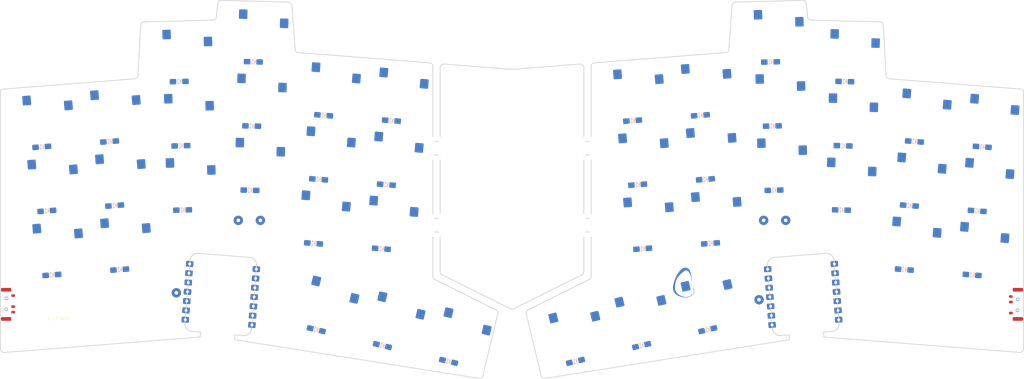
<source format=kicad_pcb>
(kicad_pcb (version 20241229) (generator "pcbnew") (generator_version "9.0")
  (layers (0 "F.Cu" signal) (2 "B.Cu" signal) (13 "F.Paste" user) (15 "B.Paste" user) (5 "F.SilkS" user "F.Silkscreen") (7 "B.SilkS" user "B.Silkscreen") (1 "F.Mask" user) (3 "B.Mask" user) (25 "Edge.Cuts" user))
  (net 0 "")
  (net 1 "Net-(L-D0-A)")
  (net 2 "L-ROW0")
  (net 3 "Net-(L-D1-A)")
  (net 4 "Net-(L-D2-A)")
  (net 5 "Net-(L-D3-A)")
  (net 6 "Net-(L-D4-A)")
  (net 7 "Net-(L-D5-A)")
  (net 8 "L-ROW1")
  (net 9 "Net-(L-D6-A)")
  (net 10 "Net-(L-D7-A)")
  (net 11 "Net-(L-D8-A)")
  (net 12 "Net-(L-D9-A)")
  (net 13 "Net-(L-D10-A)")
  (net 14 "Net-(L-D11-A)")
  (net 15 "Net-(L-D12-A)")
  (net 16 "L-ROW2")
  (net 17 "Net-(L-D13-A)")
  (net 18 "Net-(L-D14-A)")
  (net 19 "Net-(L-D15-A)")
  (net 20 "Net-(L-D16-A)")
  (net 21 "Net-(L-D17-A)")
  (net 22 "Net-(L-D18-A)")
  (net 23 "L-ROW3")
  (net 24 "Net-(L-D19-A)")
  (net 25 "Net-(L-D20-A)")
  (net 26 "L-COL0")
  (net 27 "L-COL5")
  (net 29 "L-COL1")
  (net 30 "L-BAT+")
  (net 31 "L-COL4")
  (net 33 "L-COL2")
  (net 34 "L-VBAT")
  (net 35 "L-COL3")
  (net 37 "L-GND")
  (net 39 "R-VBAT")
  (net 40 "R-BAT+")
  (net 41 "R-GND")
  (net 43 "Net-(R-D1-A)")
  (net 44 "R-COL1")
  (net 45 "R-COL2")
  (net 46 "Net-(R-D2-A)")
  (net 47 "Net-(R-D03-A)")
  (net 48 "R-COL3")
  (net 49 "Net-(R-D4-A)")
  (net 50 "R-COL4")
  (net 51 "R-COL5")
  (net 52 "Net-(R-D5-A)")
  (net 53 "Net-(R-D0-A)")
  (net 54 "R-ROW0")
  (net 55 "R-ROW1")
  (net 56 "Net-(R-D6-A)")
  (net 57 "Net-(R-D7-A)")
  (net 58 "Net-(R-D8-A)")
  (net 59 "Net-(R-D9-A)")
  (net 60 "Net-(R-D10-A)")
  (net 61 "Net-(R-D11-A)")
  (net 62 "Net-(R-D12-A)")
  (net 63 "R-ROW2")
  (net 64 "Net-(R-D13-A)")
  (net 65 "Net-(R-D14-A)")
  (net 66 "Net-(R-D15-A)")
  (net 67 "Net-(R-D16-A)")
  (net 68 "Net-(R-D17-A)")
  (net 69 "Net-(R-D18-A)")
  (net 70 "R-ROW3")
  (net 71 "Net-(R-D19-A)")
  (net 72 "Net-(R-D20-A)")
  (net 73 "R-COL0")
  (footprint "NII:keyswitch_chocv2_topor" (layer "F.Cu") (at 54.795448 -10.569244 -1.5)
    (property "Reference" "R-S14" (hide yes))
    (property "Value" "Keyswitch" (hide yes))
    (pad "" np_thru_hole circle (at 0 -5.9 88.5) (size 3 3) (drill 3.5) (layers "*.Cu" "*.Mask"))
    (pad "" np_thru_hole circle (at 0 0 88.5) (size 5.1 5.1) (drill 5.6) (layers "*.Cu" "*.Mask"))
    (pad "" np_thru_hole circle (at 5 -3.7 88.5) (size 3 3) (drill 3.5) (layers "*.Cu" "*.Mask"))
    (pad "1" smd roundrect (at 8.1 -3.7 178.5) (size 2.3 2.6) (layers "B.Cu" "B.Mask" "B.Paste") (roundrect_rratio 0.1086956522) (net 45 "R-COL2"))
    (pad "2" smd roundrect (at -3.1 -5.9 178.5) (size 2.3 2.6) (layers "B.Cu" "B.Mask" "B.Paste") (roundrect_rratio 0.1086956522) (net 65 "Net-(R-D14-A)"))
  )
  (footprint "NII:keyswitch_chocv2_topor" (layer "F.Cu") (at 16.609793 22.218787 13.5)
    (property "Reference" "R-S18" (hide yes))
    (property "Value" "Keyswitch" (hide yes))
    (pad "" np_thru_hole circle (at 0 -5.900001 103.5) (size 3 3) (drill 3.5) (layers "*.Cu" "*.Mask"))
    (pad "" np_thru_hole circle (at 0 0 103.5) (size 5.1 5.1) (drill 5.6) (layers "*.Cu" "*.Mask"))
    (pad "" np_thru_hole circle (at 5 -3.7 103.5) (size 3 3) (drill 3.5) (layers "*.Cu" "*.Mask"))
    (pad "1" smd roundrect (at 8.1 -3.7 193.5) (size 2.3 2.6) (layers "B.Cu" "B.Mask" "B.Paste") (roundrect_rratio 0.1086956522) (net 48 "R-COL3"))
    (pad "2" smd roundrect (at -3.1 -5.9 193.5) (size 2.3 2.6) (layers "B.Cu" "B.Mask" "B.Paste") (roundrect_rratio 0.1086956522) (net 69 "Net-(R-D18-A)"))
  )
  (footprint "NII:keyswitch_chocv2_topor" (layer "F.Cu") (at 93.465546 -27.752329 -4.5)
    (property "Reference" "R-S0" (hide yes))
    (property "Value" "Keyswitch" (hide yes))
    (pad "" np_thru_hole circle (at 0 -5.9 85.5) (size 3 3) (drill 3.5) (layers "*.Cu" "*.Mask"))
    (pad "" np_thru_hole circle (at 0 0 85.5) (size 5.1 5.1) (drill 5.6) (layers "*.Cu" "*.Mask"))
    (pad "" np_thru_hole circle (at 5 -3.7 85.5) (size 3 3) (drill 3.5) (layers "*.Cu" "*.Mask"))
    (pad "1" smd roundrect (at 8.1 -3.7 175.5) (size 2.3 2.6) (layers "B.Cu" "B.Mask" "B.Paste") (roundrect_rratio 0.1086956522) (net 73 "R-COL0"))
    (pad "2" smd roundrect (at -3.1 -5.9 175.5) (size 2.3 2.6) (layers "B.Cu" "B.Mask" "B.Paste") (roundrect_rratio 0.1086956522) (net 53 "Net-(R-D0-A)"))
  )
  (footprint "NII:keyswitch_chocv2_topor" (layer "F.Cu") (at 0 0 4.5)
    (property "Reference" "R-S17" (hide yes))
    (property "Value" "Keyswitch" (hide yes))
    (pad "" np_thru_hole circle (at 0 -5.9 94.5) (size 3 3) (drill 3.5) (layers "*.Cu" "*.Mask"))
    (pad "" np_thru_hole circle (at 0 0 94.5) (size 5.1 5.1) (drill 5.6) (layers "*.Cu" "*.Mask"))
    (pad "" np_thru_hole circle (at 5 -3.7 94.5) (size 3 3) (drill 3.5) (layers "*.Cu" "*.Mask"))
    (pad "1" smd roundrect (at 8.1 -3.7 184.5) (size 2.3 2.6) (layers "B.Cu" "B.Mask" "B.Paste") (roundrect_rratio 0.1086956522) (net 51 "R-COL5"))
    (pad "2" smd roundrect (at -3.1 -5.9 184.5) (size 2.3 2.6) (layers "B.Cu" "B.Mask" "B.Paste") (roundrect_rratio 0.1086956522) (net 68 "Net-(R-D17-A)"))
  )
  (footprint "NII:keyswitch_chocv2_topor" (layer "F.Cu") (at 15.696902 -36.3436 4.5)
    (property "Reference" "R-S4" (hide yes))
    (property "Value" "Keyswitch" (hide yes))
    (pad "" np_thru_hole circle (at 0 -5.9 94.5) (size 3 3) (drill 3.5) (layers "*.Cu" "*.Mask"))
    (pad "" np_thru_hole circle (at 0 0 94.5) (size 5.1 5.1) (drill 5.6) (layers "*.Cu" "*.Mask"))
    (pad "" np_thru_hole circle (at 5 -3.7 94.5) (size 3 3) (drill 3.5) (layers "*.Cu" "*.Mask"))
    (pad "1" smd roundrect (at 8.1 -3.7 184.5) (size 2.3 2.6) (layers "B.Cu" "B.Mask" "B.Paste") (roundrect_rratio 0.1086956522) (net 50 "R-COL4"))
    (pad "2" smd roundrect (at -3.1 -5.9 184.5) (size 2.3 2.6) (layers "B.Cu" "B.Mask" "B.Paste") (roundrect_rratio 0.1086956522) (net 49 "Net-(R-D4-A)"))
  )
  (footprint "NII:mousebites_0.6-0.4-topor" (layer "F.Cu") (at -15.458928 -20.417275)
    (property "Reference" "mbites7" (hide yes))
    (property "Value" "mousebites 2mm" (hide yes))
    (pad "" np_thru_hole circle (at 0 -2.5) (size 1.2 1.2) (drill 1.2) (layers "*.Cu" "*.Mask"))
    (pad "" np_thru_hole circle (at 0 -1.5) (size 1.2 1.2) (drill 1.2) (layers "*.Cu" "*.Mask"))
    (pad "" np_thru_hole circle (at 0 -0.5) (size 1.2 1.2) (drill 1.2) (layers "*.Cu" "*.Mask"))
    (pad "" np_thru_hole circle (at 0 0.5) (size 1.2 1.2) (drill 1.2) (layers "*.Cu" "*.Mask"))
    (pad "" np_thru_hole circle (at 0 1.5) (size 1.2 1.2) (drill 1.2) (layers "*.Cu" "*.Mask"))
    (pad "" np_thru_hole circle (at 0 2.5) (size 1.2 1.2) (drill 1.2) (layers "*.Cu" "*.Mask"))
  )
  (footprint "NII:keyswitch_chocv2_topor" (layer "F.Cu") (at -124.795448 -10.569244 1.5)
    (property "Reference" "L-S14" (hide yes))
    (property "Value" "Keyswitch" (hide yes))
    (pad "" np_thru_hole circle (at 0 -5.9 91.5) (size 3 3) (drill 3.5) (layers "*.Cu" "*.Mask"))
    (pad "" np_thru_hole circle (at 0 0 91.5) (size 5.1 5.1) (drill 5.6) (layers "*.Cu" "*.Mask"))
    (pad "" np_thru_hole circle (at 5 -3.7 91.5) (size 3 3) (drill 3.5) (layers "*.Cu" "*.Mask"))
    (pad "1" smd roundrect (at 8.1 -3.7 181.5) (size 2.3 2.6) (layers "B.Cu" "B.Mask" "B.Paste") (roundrect_rratio 0.1086956522) (net 33 "L-COL2"))
    (pad "2" smd roundrect (at -3.1 -5.9 181.5) (size 2.3 2.6) (layers "B.Cu" "B.Mask" "B.Paste") (roundrect_rratio 0.1086956522) (net 18 "Net-(L-D14-A)"))
  )
  (footprint "NII:keyswitch_chocv2_topor" (layer "F.Cu") (at 72.276507 5.688284 -4.5)
    (property "Reference" "R-S13" (hide yes))
    (property "Value" "Keyswitch" (hide yes))
    (pad "" np_thru_hole circle (at 0 -5.9 85.5) (size 3 3) (drill 3.5) (layers "*.Cu" "*.Mask"))
    (pad "" np_thru_hole circle (at 0 0 85.5) (size 5.1 5.1) (drill 5.6) (layers "*.Cu" "*.Mask"))
    (pad "" np_thru_hole circle (at 5 -3.7 85.5) (size 3 3) (drill 3.5) (layers "*.Cu" "*.Mask"))
    (pad "1" smd roundrect (at 8.1 -3.7 175.5) (size 2.3 2.6) (layers "B.Cu" "B.Mask" "B.Paste") (roundrect_rratio 0.1086956522) (net 44 "R-COL1"))
    (pad "2" smd roundrect (at -3.1 -5.9 175.5) (size 2.3 2.6) (layers "B.Cu" "B.Mask" "B.Paste") (roundrect_rratio 0.1086956522) (net 64 "Net-(R-D13-A)"))
  )
  (footprint "NII:keyswitch_chocv2_topor" (layer "F.Cu") (at -85.696902 -36.3436 -4.5)
    (property "Reference" "L-S4" (hide yes))
    (property "Value" "Keyswitch" (hide yes))
    (pad "" np_thru_hole circle (at 0 -5.9 85.5) (size 3 3) (drill 3.5) (layers "*.Cu" "*.Mask"))
    (pad "" np_thru_hole circle (at 0 0 85.5) (size 5.1 5.1) (drill 5.6) (layers "*.Cu" "*.Mask"))
    (pad "" np_thru_hole circle (at 5 -3.7 85.5) (size 3 3) (drill 3.5) (layers "*.Cu" "*.Mask"))
    (pad "1" smd roundrect (at 8.1 -3.7 175.5) (size 2.3 2.6) (layers "B.Cu" "B.Mask" "B.Paste") (roundrect_rratio 0.1086956522) (net 31 "L-COL4"))
    (pad "2" smd roundrect (at -3.1 -5.9 175.5) (size 2.3 2.6) (layers "B.Cu" "B.Mask" "B.Paste") (roundrect_rratio 0.1086956522) (net 6 "Net-(L-D4-A)"))
  )
  (footprint "NII:keyswitch_chocv2_topor" (layer "F.Cu") (at 73.649541 -11.757769 -4.5)
    (property "Reference" "R-S7" (hide yes))
    (property "Value" "Keyswitch" (hide yes))
    (pad "" np_thru_hole circle (at 0 -5.9 85.5) (size 3 3) (drill 3.5) (layers "*.Cu" "*.Mask"))
    (pad "" np_thru_hole circle (at 0 0 85.5) (size 5.1 5.1) (drill 5.6) (layers "*.Cu" "*.Mask"))
    (pad "" np_thru_hole circle (at 5 -3.7 85.5) (size 3 3) (drill 3.5) (layers "*.Cu" "*.Mask"))
    (pad "1" smd roundrect (at 8.1 -3.7 175.5) (size 2.3 2.6) (layers "B.Cu" "B.Mask" "B.Paste") (roundrect_rratio 0.1086956522) (net 44 "R-COL1"))
    (pad "2" smd roundrect (at -3.1 -5.9 175.5) (size 2.3 2.6) (layers "B.Cu" "B.Mask" "B.Paste") (roundrect_rratio 0.1086956522) (net 57 "Net-(R-D7-A)"))
  )
  (footprint "NII:keyswitch_chocv2_topor" (layer "F.Cu") (at 35.178645 -50.938325 1.5)
    (property "Reference" "R-S3" (hide yes))
    (property "Value" "Keyswitch" (hide yes))
    (pad "" np_thru_hole circle (at 0 -5.9 91.5) (size 3 3) (drill 3.5) (layers "*.Cu" "*.Mask"))
    (pad "" np_thru_hole circle (at 0 0 91.5) (size 5.1 5.1) (drill 5.6) (layers "*.Cu" "*.Mask"))
    (pad "" np_thru_hole circle (at 5 -3.7 91.5) (size 3 3) (drill 3.5) (layers "*.Cu" "*.Mask"))
    (pad "1" smd roundrect (at 8.1 -3.7 181.5) (size 2.3 2.6) (layers "B.Cu" "B.Mask" "B.Paste") (roundrect_rratio 0.1086956522) (net 48 "R-COL3"))
    (pad "2" smd roundrect (at -3.1 -5.9 181.5) (size 2.3 2.6) (layers "B.Cu" "B.Mask" "B.Paste") (roundrect_rratio 0.1086956522) (net 47 "Net-(R-D03-A)"))
  )
  (footprint "NII:keyswitch_chocv2_topor" (layer "F.Cu") (at -105.636742 -33.444322 -1.5)
    (property "Reference" "L-S9" (hide yes))
    (property "Value" "Keyswitch" (hide yes))
    (pad "" np_thru_hole circle (at 0 -5.9 88.5) (size 3 3) (drill 3.5) (layers "*.Cu" "*.Mask"))
    (pad "" np_thru_hole circle (at 0 0 88.5) (size 5.1 5.1) (drill 5.6) (layers "*.Cu" "*.Mask"))
    (pad "" np_thru_hole circle (at 5 -3.7 88.5) (size 3 3) (drill 3.5) (layers "*.Cu" "*.Mask"))
    (pad "1" smd roundrect (at 8.1 -3.7 178.5) (size 2.3 2.6) (layers "B.Cu" "B.Mask" "B.Paste") (roundrect_rratio 0.1086956522) (net 35 "L-COL3"))
    (pad "2" smd roundrect (at -3.1 -5.9 178.5) (size 2.3 2.6) (layers "B.Cu" "B.Mask" "B.Paste") (roundrect_rratio 0.1086956522) (net 12 "Net-(L-D9-A)"))
  )
  (footprint "NII:keyswitch_chocv2_topor" (layer "F.Cu") (at -87.069936 -18.897547 -4.5)
    (property "Reference" "L-S10" (hide yes))
    (property "Value" "Keyswitch" (hide yes))
    (pad "" np_thru_hole circle (at 0 -5.9 85.5) (size 3 3) (drill 3.5) (layers "*.Cu" "*.Mask"))
    (pad "" np_thru_hole circle (at 0 0 85.5) (size 5.1 5.1) (drill 5.6) (layers "*.Cu" "*.Mask"))
    (pad "" np_thru_hole circle (at 5 -3.7 85.5) (size 3 3) (drill 3.5) (layers "*.Cu" "*.Mask"))
    (pad "1" smd roundrect (at 8.1 -3.7 175.5) (size 2.3 2.6) (layers "B.Cu" "B.Mask" "B.Paste") (roundrect_rratio 0.1086956522) (net 31 "L-COL4"))
    (pad "2" smd roundrect (at -3.1 -5.9 175.5) (size 2.3 2.6) (layers "B.Cu" "B.Mask" "B.Paste") (roundrect_rratio 0.1086956522) (net 13 "Net-(L-D10-A)"))
  )
  (footprint "NII:keyswitch_chocv2_topor" (layer "F.Cu") (at -143.649541 -11.757769 4.5)
    (property "Reference" "L-S7" (hide yes))
    (property "Value" "Keyswitch" (hide yes))
    (pad "" np_thru_hole circle (at 0 -5.9 94.5) (size 3 3) (drill 3.5) (layers "*.Cu" "*.Mask"))
    (pad "" np_thru_hole circle (at 0 0 94.5) (size 5.1 5.1) (drill 5.6) (layers "*.Cu" "*.Mask"))
    (pad "" np_thru_hole circle (at 5 -3.7 94.5) (size 3 3) (drill 3.5) (layers "*.Cu" "*.Mask"))
    (pad "1" smd roundrect (at 8.1 -3.7 184.5) (size 2.3 2.6) (layers "B.Cu" "B.Mask" "B.Paste") (roundrect_rratio 0.1086956522) (net 29 "L-COL1"))
    (pad "2" smd roundrect (at -3.1 -5.9 184.5) (size 2.3 2.6) (layers "B.Cu" "B.Mask" "B.Paste") (roundrect_rratio 0.1086956522) (net 10 "Net-(L-D7-A)"))
  )
  (footprint "NII:keyswitch_chocv2_topor" (layer "F.Cu") (at -88.442971 -1.451493 -4.5)
    (property "Reference" "L-S16" (hide yes))
    (property "Value" "Keyswitch" (hide yes))
    (pad "" np_thru_hole circle (at 0 -5.9 85.5) (size 3 3) (drill 3.5) (layers "*.Cu" "*.Mask"))
    (pad "" np_thru_hole circle (at 0 0 85.5) (size 5.1 5.1) (drill 5.6) (layers "*.Cu" "*.Mask"))
    (pad "" np_thru_hole circle (at 5 -3.7 85.5) (size 3 3) (drill 3.5) (layers "*.Cu" "*.Mask"))
    (pad "1" smd roundrect (at 8.1 -3.7 175.5) (size 2.3 2.6) (layers "B.Cu" "B.Mask" "B.Paste") (roundrect_rratio 0.1086956522) (net 31 "L-COL4"))
    (pad "2" smd roundrect (at -3.1 -5.9 175.5) (size 2.3 2.6) (layers "B.Cu" "B.Mask" "B.Paste") (roundrect_rratio 0.1086956522) (net 20 "Net-(L-D16-A)"))
  )
  (footprint "NII:keyswitch_chocv2_topor" (layer "F.Cu") (at -162.092512 -10.306276 4.5)
    (property "Reference" "L-S6" (hide yes))
    (property "Value" "Keyswitch" (hide yes))
    (pad "" np_thru_hole circle (at 0 -5.9 94.5) (size 3 3) (drill 3.5) (layers "*.Cu" "*.Mask"))
    (pad "" np_thru_hole circle (at 0 0 94.5) (size 5.1 5.1) (drill 5.6) (layers "*.Cu" "*.Mask"))
    (pad "" np_thru_hole circle (at 5 -3.7 94.5) (size 3 3) (drill 3.5) (layers "*.Cu" "*.Mask"))
    (pad "1" smd roundrect (at 8.1 -3.7 184.5) (size 2.3 2.6) (layers "B.Cu" "B.Mask" "B.Paste") (roundrect_rratio 0.1086956522) (net 26 "L-COL0"))
    (pad "2" smd roundrect (at -3.1 -5.9 184.5) (size 2.3 2.6) (layers "B.Cu" "B.Mask" "B.Paste") (roundrect_rratio 0.1086956522) (net 9 "Net-(L-D6-A)"))
  )
  (footprint "NII:keyswitch_chocv2_topor" (layer "F.Cu") (at -1.373034 -17.446053 4.5)
    (property "Reference" "R-S11" (hide yes))
    (property "Value" "Keyswitch" (hide yes))
    (pad "" np_thru_hole circle (at 0 -5.9 94.5) (size 3 3) (drill 3.5) (layers "*.Cu" "*.Mask"))
    (pad "" np_thru_hole circle (at 0 0 94.5) (size 5.1 5.1) (drill 5.6) (layers "*.Cu" "*.Mask"))
    (pad "" np_thru_hole circle (at 5 -3.7 94.5) (size 3 3) (drill 3.5) (layers "*.Cu" "*.Mask"))
    (pad "1" smd roundrect (at 8.1 -3.7 184.5) (size 2.3 2.6) (layers "B.Cu" "B.Mask" "B.Paste") (roundrect_rratio 0.1086956522) (net 51 "R-COL5"))
    (pad "2" smd roundrect (at -3.1 -5.9 184.5) (size 2.3 2.6) (layers "B.Cu" "B.Mask" "B.Paste") (roundrect_rratio 0.1086956522) (net 61 "Net-(R-D11-A)"))
  )
  (footprint "NII:mousebites_0.6-0.4-topor" (layer "F.Cu") (at -15.460579 0.585242)
    (property "Reference" "mbites8" (hide yes))
    (property "Value" "mousebites 2mm" (hide yes))
    (pad "" np_thru_hole circle (at 0 -2.5) (size 1.2 1.2) (drill 1.2) (layers "*.Cu" "*.Mask"))
    (pad "" np_thru_hole circle (at 0 -1.5) (size 1.2 1.2) (drill 1.2) (layers "*.Cu" "*.Mask"))
    (pad "" np_thru_hole circle (at 0 -0.5) (size 1.2 1.2) (drill 1.2) (layers "*.Cu" "*.Mask"))
    (pad "" np_thru_hole circle (at 0 0.5) (size 1.2 1.2) (drill 1.2) (layers "*.Cu" "*.Mask"))
    (pad "" np_thru_hole circle (at 0 1.5) (size 1.2 1.2) (drill 1.2) (layers "*.Cu" "*.Mask"))
    (pad "" np_thru_hole circle (at 0 2.5) (size 1.2 1.2) (drill 1.2) (layers "*.Cu" "*.Mask"))
  )
  (footprint "NII:keyswitch_chocv2_topor" (layer "F.Cu") (at 17.069936 -18.897547 4.5)
    (property "Reference" "R-S10" (hide yes))
    (property "Value" "Keyswitch" (hide yes))
    (pad "" np_thru_hole circle (at 0 -5.9 94.5) (size 3 3) (drill 3.5) (layers "*.Cu" "*.Mask"))
    (pad "" np_thru_hole circle (at 0 0 94.5) (size 5.1 5.1) (drill 5.6) (layers "*.Cu" "*.Mask"))
    (pad "" np_thru_hole circle (at 5 -3.7 94.5) (size 3 3) (drill 3.5) (layers "*.Cu" "*.Mask"))
    (pad "1" smd roundrect (at 8.1 -3.7 184.5) (size 2.3 2.6) (layers "B.Cu" "B.Mask" "B.Paste") (roundrect_rratio 0.1086956522) (net 50 "R-COL4"))
    (pad "2" smd roundrect (at -3.1 -5.9 184.5) (size 2.3 2.6) (layers "B.Cu" "B.Mask" "B.Paste") (roundrect_rratio 0.1086956522) (net 60 "Net-(R-D10-A)"))
  )
  (footprint "NII:keyswitch_chocv2_topor" (layer "F.Cu") (at 35.636742 -33.444322 1.5)
    (property "Reference" "R-S9" (hide yes))
    (property "Value" "Keyswitch" (hide yes))
    (pad "" np_thru_hole circle (at 0 -5.9 91.5) (size 3 3) (drill 3.5) (layers "*.Cu" "*.Mask"))
    (pad "" np_thru_hole circle (at 0 0 91.5) (size 5.1 5.1) (drill 5.6) (layers "*.Cu" "*.Mask"))
    (pad "" np_thru_hole circle (at 5 -3.7 91.5) (size 3 3) (drill 3.5) (layers "*.Cu" "*.Mask"))
    (pad "1" smd roundrect (at 8.1 -3.7 181.5) (size 2.3 2.6) (layers "B.Cu" "B.Mask" "B.Paste") (roundrect_rratio 0.1086956522) (net 48 "R-COL3"))
    (pad "2" smd roundrect (at -3.1 -5.9 181.5) (size 2.3 2.6) (layers "B.Cu" "B.Mask" "B.Paste") (roundrect_rratio 0.1086956522) (net 59 "Net-(R-D9-A)"))
  )
  (footprint "NII:keyswitch_chocv2_topor" (layer "F.Cu") (at -1.37905 26.537526 13.5)
    (property "Reference" "R-S19" (hide yes))
    (property "Value" "Keyswitch" (hide yes))
    (pad "" np_thru_hole circle (at 0 -5.900001 103.5) (size 3 3) (drill 3.5) (layers "*.Cu" "*.Mask"))
    (pad "" np_thru_hole circle (at 0 0 103.5) (size 5.1 5.1) (drill 5.6) (layers "*.Cu" "*.Mask"))
    (pad "" np_thru_hole circle (at 5 -3.7 103.5) (size 3 3) (drill 3.5) (layers "*.Cu" "*.Mask"))
    (pad "1" smd roundrect (at 8.1 -3.7 193.5) (size 2.3 2.6) (layers "B.Cu" "B.Mask" "B.Paste") (roundrect_rratio 0.1086956522) (net 50 "R-COL4"))
    (pad "2" smd roundrect (at -3.1 -5.9 193.5) (size 2.3 2.6) (layers "B.Cu" "B.Mask" "B.Paste") (roundrect_rratio 0.1086956522) (net 71 "Net-(R-D19-A)"))
  )
  (footprint "NII:mousebites_0.6-0.4-topor" (layer "F.Cu") (at -54.539397 0.585357)
    (property "Reference" "mbites6" (hide yes))
    (property "Value" "mousebites 2mm" (hide yes))
    (pad "" np_thru_hole circle (at 0 -2.5) (size 1.2 1.2) (drill 1.2) (layers "*.Cu" "*.Mask"))
    (pad "" np_thru_hole circle (at 0 -1.5) (size 1.2 1.2) (drill 1.2) (layers "*.Cu" "*.Mask"))
    (pad "" np_thru_hole circle (at 0 -0.5) (size 1.2 1.2) (drill 1.2) (layers "*.Cu" "*.Mask"))
    (pad "" np_thru_hole circle (at 0 0.5) (size 1.2 1.2) (drill 1.2) (layers "*.Cu" "*.Mask"))
    (pad "" np_thru_hole circle (at 0 1.5) (size 1.2 1.2) (drill 1.2) (layers "*.Cu" "*.Mask"))
    (pad "" np_thru_hole circle (at 0 2.5) (size 1.2 1.2) (drill 1.2) (layers "*.Cu" "*.Mask"))
  )
  (footprint "NII:BatteryPad" (layer "F.Cu") (at 32.202887 20.87495)
    (property "Reference" "R-BAT+2" (hide yes))
    (property "Value" "+" (at 0 2.05 0) (layer "F.SilkS") (effects (font (thickness 0.1))))
    (pad "1" thru_hole circle (at 0 0) (size 2.54 2.54) (drill 1) (layers "*.Cu" "*.Mask") (net 40 "R-BAT+"))
  )
  (footprint "NII:mousebites_0.6-0.4-topor" (layer "F.Cu") (at -13.458973 -20.41716)
    (property "Reference" "mbites3" (hide yes))
    (property "Value" "mousebites 2mm" (hide yes))
    (pad "" np_thru_hole circle (at 0 -2.5) (size 1.2 1.2) (drill 1.2) (layers "*.Cu" "*.Mask"))
    (pad "" np_thru_hole circle (at 0 -1.5) (size 1.2 1.2) (drill 1.2) (layers "*.Cu" "*.Mask"))
    (pad "" np_thru_hole circle (at 0 -0.5) (size 1.2 1.2) (drill 1.2) (layers "*.Cu" "*.Mask"))
    (pad "" np_thru_hole circle (at 0 0.5) (size 1.2 1.2) (drill 1.2) (layers "*.Cu" "*.Mask"))
    (pad "" np_thru_hole circle (at 0 1.5) (size 1.2 1.2) (drill 1.2) (layers "*.Cu" "*.Mask"))
    (pad "" np_thru_hole circle (at 0 2.5) (size 1.2 1.2) (drill 1.2) (layers "*.Cu" "*.Mask"))
  )
  (footprint "NII:keyswitch_chocv2_topor" (layer "F.Cu") (at -160.719477 7.139778 4.5)
    (property "Reference" "L-S12" (hide yes))
    (property "Value" "Keyswitch" (hide yes))
    (pad "" np_thru_hole circle (at 0 -5.9 94.5) (size 3 3) (drill 3.5) (layers "*.Cu" "*.Mask"))
    (pad "" np_thru_hole circle (at 0 0 94.5) (size 5.1 5.1) (drill 5.6) (layers "*.Cu" "*.Mask"))
    (pad "" np_thru_hole circle (at 5 -3.7 94.5) (size 3 3) (drill 3.5) (layers "*.Cu" "*.Mask"))
    (pad "1" smd roundrect (at 8.1 -3.7 184.5) (size 2.3 2.6) (layers "B.Cu" "B.Mask" "B.Paste") (roundrect_rratio 0.1086956522) (net 26 "L-COL0"))
    (pad "2" smd roundrect (at -3.1 -5.9 184.5) (size 2.3 2.6) (layers "B.Cu" "B.Mask" "B.Paste") (roundrect_rratio 0.1086956522) (net 15 "Net-(L-D12-A)"))
  )
  (footprint "NII:keyswitch_chocv2_topor" (layer "F.Cu") (at -145.022575 -29.203822 4.5)
    (property "Reference" "L-S1" (hide yes))
    (property "Value" "Keyswitch" (hide yes))
    (pad "" np_thru_hole circle (at 0 -5.9 94.5) (size 3 3) (drill 3.5) (layers "*.Cu" "*.Mask"))
    (pad "" np_thru_hole circle (at 0 0 94.5) (size 5.1 5.1) (drill 5.6) (layers "*.Cu" "*.Mask"))
    (pad "" np_thru_hole circle (at 5 -3.7 94.5) (size 3 3) (drill 3.5) (layers "*.Cu" "*.Mask"))
    (pad "1" smd roundrect (at 8.1 -3.7 184.5) (size 2.3 2.6) (layers "B.Cu" "B.Mask" "B.Paste") (roundrect_rratio 0.1086956522) (net 29 "L-COL1"))
    (pad "2" smd roundrect (at -3.1 -5.9 184.5) (size 2.3 2.6) (layers "B.Cu" "B.Mask" "B.Paste") (roundrect_rratio 0.1086956522) (net 3 "Net-(L-D1-A)"))
  )
  (footprint "NII:keyswitch_chocv2_topor" (layer "F.Cu") (at -68.62095 26.537526 -13.5)
    (property "Reference" "L-S19" (hide yes))
    (property "Value" "Keyswitch" (hide yes))
    (pad "" np_thru_hole circle (at 0 -5.900001 76.5) (size 3 3) (drill 3.5) (layers "*.Cu" "*.Mask"))
    (pad "" np_thru_hole circle (at 0 0 76.5) (size 5.1 5.1) (drill 5.6) (layers "*.Cu" "*.Mask"))
    (pad "" np_thru_hole circle (at 5 -3.7 76.5) (size 3 3) (drill 3.5) (layers "*.Cu" "*.Mask"))
    (pad "1" smd roundrect (at 8.1 -3.7 166.5) (size 2.3 2.6) (layers "B.Cu" "B.Mask" "B.Paste") (roundrect_rratio 0.1086956522) (net 31 "L-COL4"))
    (pad "2" smd roundrect (at -3.1 -5.9 166.5) (size 2.3 2.6) (layers "B.Cu" "B.Mask" "B.Paste") (roundrect_rratio 0.1086956522) (net 24 "Net-(L-D19-A)"))
  )
  (footprint "NII:BatteryPad" (layer "F.Cu") (at -126.308041 18.977833)
    (property "Reference" "L-BAT+2" (hide yes))
    (property "Value" "+" (at 0 2.05 0) (layer "F.SilkS") (effects (font (thickness 0.1))))
    (pad "1" thru_hole circle (at 0 0) (size 2.54 2.54) (drill 1) (layers "*.Cu" "*.Mask") (net 30 "L-BAT+"))
  )
  (footprint "NII:keyswitch_chocv2_topor" (layer "F.Cu") (at 18.442971 -1.451493 4.5)
    (property "Reference" "R-S16" (hide yes))
    (property "Value" "Keyswitch" (hide yes))
    (pad "" np_thru_hole circle (at 0 -5.9 94.5) (size 3 3) (drill 3.5) (layers "*.Cu" "*.Mask"))
    (pad "" np_thru_hole circle (at 0 0 94.5) (size 5.1 5.1) (drill 5.6) (layers "*.Cu" "*.Mask"))
    (pad "" np_thru_hole circle (at 5 -3.7 94.5) (size 3 3) (drill 3.5) (layers "*.Cu" "*.Mask"))
    (pad "1" smd roundrect (at 8.1 -3.7 184.5) (size 2.3 2.6) (layers "B.Cu" "B.Mask" "B.Paste") (roundrect_rratio 0.1086956522) (net 50 "R-COL4"))
    (pad "2" smd roundrect (at -3.1 -5.9 184.5) (size 2.3 2.6) (layers "B.Cu" "B.Mask" "B.Paste") (roundrect_rratio 0.1086956522) (net 67 "Net-(R-D16-A)"))
  )
  (footprint "NII:keyswitch_chocv2_topor" (layer "F.Cu") (at -106.094838 -15.950318 -1.5)
    (property "Reference" "L-S15" (hide yes))
    (property "Value" "Keyswitch" (hide yes))
    (pad "" np_thru_hole circle (at 0 -5.9 88.5) (size 3 3) (drill 3.5) (layers "*.Cu" "*.Mask"))
    (pad "" np_thru_hole circle (at 0 0 88.5) (size 5.1 5.1) (drill 5.6) (layers "*.Cu" "*.Mask"))
    (pad "" np_thru_hole circle (at 5 -3.7 88.5) (size 3 3) (drill 3.5) (layers "*.Cu" "*.Mask"))
    (pad "1" smd roundrect (at 8.1 -3.7 178.5) (size 2.3 2.6) (layers "B.Cu" "B.Mask" "B.Paste") (roundrect_rratio 0.1086956522) (net 35 "L-COL3"))
    (pad "2" smd roundrect (at -3.1 -5.9 178.5) (size 2.3 2.6) (layers "B.Cu" "B.Mask" "B.Paste") (roundrect_rratio 0.1086956522) (net 19 "Net-(L-D15-A)"))
  )
  (footprint "NII:mousebites_0.6-0.4-topor" (layer "F.Cu") (at -54.539397 -20.414643)
    (property "Reference" "mbites5" (hide yes))
    (property "Value" "mousebites 2mm" (hide yes))
    (pad "" np_thru_hole circle (at 0 -2.5) (size 1.2 1.2) (drill 1.2) (layers "*.Cu" "*.Mask"))
    (pad "" np_thru_hole circle (at 0 -1.5) (size 1.2 1.2) (drill 1.2) (layers "*.Cu" "*.Mask"))
    (pad "" np_thru_hole circle (at 0 -0.5) (size 1.2 1.2) (drill 1.2) (layers "*.Cu" "*.Mask"))
    (pad "" np_thru_hole circle (at 0 0.5) (size 1.2 1.2) (drill 1.2) (layers "*.Cu" "*.Mask"))
    (pad "" np_thru_hole circle (at 0 1.5) (size 1.2 1.2) (drill 1.2) (layers "*.Cu" "*.Mask"))
    (pad "" np_thru_hole circle (at 0 2.5) (size 1.2 1.2) (drill 1.2) (layers "*.Cu" "*.Mask"))
  )
  (footprint "NII:keyswitch_chocv2_topor" (layer "F.Cu") (at -70 0 -4.5)
    (property "Reference" "L-S17" (hide yes))
    (property "Value" "Keyswitch" (hide yes))
    (pad "" np_thru_hole circle (at 0 -5.9 85.5) (size 3 3) (drill 3.5) (layers "*.Cu" "*.Mask"))
    (pad "" np_thru_hole circle (at 0 0 85.5) (size 5.1 5.1) (drill 5.6) (layers "*.Cu" "*.Mask"))
    (pad "" np_thru_hole circle (at 5 -3.7 85.5) (size 3 3) (drill 3.5) (layers "*.Cu" "*.Mask"))
    (pad "1" smd roundrect (at 8.1 -3.7 175.5) (size 2.3 2.6) (layers "B.Cu" "B.Mask" "B.Paste") (roundrect_rratio 0.1086956522) (net 27 "L-COL5"))
    (pad "2" smd roundrect (at -3.1 -5.9 175.5) (size 2.3 2.6) (layers "B.Cu" "B.Mask" "B.Paste") (roundrect_rratio 0.1086956522) (net 21 "Net-(L-D17-A)"))
  )
  (footprint "NII:BatteryPad" (layer "F.Cu") (at 39.448972 -0.754882)
    (property "Reference" "R-BAT+1" (hide yes))
    (property "Value" "+" (at 0 2.05 0) (layer "F.SilkS") (effects (font (thickness 0.1))))
    (pad "1" thru_hole circle (at 0 0) (size 2.54 2.54) (drill 1) (layers "*.Cu" "*.Mask") (net 39 "R-VBAT"))
  )
  (footprint "NII:keyswitch_chocv2_topor" (layer "F.Cu") (at -19.367894 30.856265 13.5)
    (property "Reference" "R-S20" (hide yes))
    (property "Value" "Keyswitch" (hide yes))
    (pad "" np_thru_hole circle (at 0 -5.900001 103.5) (size 3 3) (drill 3.5) (layers "*.Cu" "*.Mask"))
    (pad "" np_thru_hole circle (at 0 0 103.5) (size 5.1 5.1) (drill 5.6) (layers "*.Cu" "*.Mask"))
    (pad "" np_thru_hole circle (at 5 -3.7 103.5) (size 3 3) (drill 3.5) (layers "*.Cu" "*.Mask"))
    (pad "1" smd roundrect (at 8.1 -3.7 193.5) (size 2.3 2.6) (layers "B.Cu" "B.Mask" "B.Paste") (roundrect_rratio 0.1086956522) (net 51 "R-COL5"))
    (pad "2" smd roundrect (at -3.1 -5.9 193.5) (size 2.3 2.6) (layers "B.Cu" "B.Mask" "B.Paste") (roundrect_rratio 0.1086956522) (net 72 "Net-(R-D20-A)"))
  )
  (footprint "NII:keyswitch_chocv2_topor" (layer "F.Cu") (at 90.719477 7.139778 -4.5)
    (property "Reference" "R-S12" (hide yes))
    (property "Value" "Keyswitch" (hide yes))
    (pad "" np_thru_hole circle (at 0 -5.9 85.5) (size 3 3) (drill 3.5) (layers "*.Cu" "*.Mask"))
    (pad "" np_thru_hole circle (at 0 0 85.5) (size 5.1 5.1) (drill 5.6) (layers "*.Cu" "*.Mask"))
    (pad "" np_thru_hole circle (at 5 -3.7 85.5) (size 3 3) (drill 3.5) (layers "*.Cu" "*.Mask"))
    (pad "1" smd roundrect (at 8.1 -3.7 175.5) (size 2.3 2.6) (layers "B.Cu" "B.Mask" "B.Paste") (roundrect_rratio 0.1086956522) (net 73 "R-COL0"))
    (pad "2" smd roundrect (at -3.1 -5.9 175.5) (size 2.3 2.6) (layers "B.Cu" "B.Mask" "B.Paste") (roundrect_rratio 0.1086956522) (net 62 "Net-(R-D12-A)"))
  )
  (footprint "NII:MSK12C02" (layer "F.Cu") (at 103.908819 26.001041 180)
    (property "Reference" "R-PSW1" (hide yes))
    (property "Value" "Power" (hide yes))
    (pad "" np_thru_hole circle (at 1.35 5.25 180) (size 0.9 0.9) (drill 0.7) (layers "*.Cu" "*.Mask"))
    (pad "" np_thru_hole circle (at 1.4 2.25 180) (size 0.9 0.9) (drill 0.7) (layers "*.Cu" "*.Mask"))
    (pad "1" smd roundrect (at 3.2 1.5 270) (size 0.7 1) (layers "F.Cu" "F.Mask" "F.Paste"))
    (pad "2" smd roundrect (at 3.2 4.5 270) (size 0.7 1) (layers "F.Cu" "F.Mask" "F.Paste") (net 40 "R-BAT+"))
    (pad "3" smd roundrect (at 3.2 6 270) (size 0.7 1) (layers "F.Cu" "F.Mask" "F.Paste") (net 39 "R-VBAT"))
    (pad "NC" smd roundrect (at 1.3 -0.1 180) (size 2.8 1) (layers "F.Cu" "F.Mask" "F.Paste"))
    (pad "NC" smd roundrect (at 1.3 7.85 180) (size 2.8 1) (layers "F.Cu" "F.Mask" "F.Paste"))
  )
  (footprint "NII:keyswitch_chocv2_topor" (layer "F.Cu") (at 36.094838 -15.950318 1.5)
    (property "Reference" "R-S15" (hide yes))
    (property "Value" "Keyswitch" (hide yes))
    (pad "" np_thru_hole circle (at 0 -5.9 91.5) (size 3 3) (drill 3.5) (layers "*.Cu" "*.Mask"))
    (pad "" np_thru_hole circle (at 0 0 91.5) (size 5.1 5.1) (drill 5.6) (layers "*.Cu" "*.Mask"))
    (pad "" np_thru_hole circle (at 5 -3.7 91.5) (size 3 3) (drill 3.5) (layers "*.Cu" "*.Mask"))
    (pad "1" smd roundrect (at 8.1 -3.7 181.5) (size 2.3 2.6) (layers "B.Cu" "B.Mask" "B.Paste") (roundrect_rratio 0.1086956522) (net 48 "R-COL3"))
    (pad "2" smd roundrect (at -3.1 -5.9 181.5) (size 2.3 2.6) (layers "B.Cu" "B.Mask" "B.Paste") (roundrect_rratio 0.1086956522) (net 66 "Net-(R-D15-A)"))
  )
  (footprint "NII:MSK12C02" (layer "F.Cu") (at -173.908804 18.253461)
    (property "Reference" "L-PSW1" (hide yes))
    (property "Value" "Power" (hide yes))
    (pad "" np_thru_hole circle (at 1.35 5.25) (size 0.9 0.9) (drill 0.7) (layers "*.Cu" "*.Mask"))
    (pad "" np_thru_hole circle (at 1.4 2.25) (size 0.9 0.9) (drill 0.7) (layers "*.Cu" "*.Mask"))
    (pad "1" smd roundrect (at 3.2 1.5 90) (size 0.7 1) (layers "F.Cu" "F.Mask" "F.Paste"))
    (pad "2" smd roundrect (at 3.2 4.5 90) (size 0.7 1) (layers "F.Cu" "F.Mask" "F.Paste") (net 30 "L-BAT+"))
    (pad "3" smd roundrect (at 3.2 6 90) (size 0.7 1) (layers "F.Cu" "F.Mask" "F.Paste") (net 34 "L-VBAT"))
    (pad "NC" smd roundrect (at 1.3 -0.1) (size 2.8 1) (layers "F.Cu" "F.Mask" "F.Paste"))
    (pad "NC" smd roundrect (at 1.3 7.85) (size 2.8 1) (layers "F.Cu" "F.Mask" "F.Paste"))
  )
  (footprint "NII:keyswitch_chocv2_topor" (layer "F.Cu") (at 55.711641 -45.557251 -1.5)
    (property "Reference" "R-S2" (hide yes))
    (property "Value" "Keyswitch" (hide yes))
    (pad "" np_thru_hole circle (at 0 -5.9 88.5) (size 3 3) (drill 3.5) (layers "*.Cu" "*.Mask"))
    (pad "" np_thru_hole circle (at 0 0 88.5) (size 5.1 5.1) (drill 5.6) (layers "*.Cu" "*.Mask"))
    (pad "" np_thru_hole circle (at 5 -3.7 88.5) (size 3 3) (drill 3.5) (layers "*.Cu" "*.Mask"))
    (pad "1" smd roundrect (at 8.1 -3.7 178.5) (size 2.3 2.6) (layers "B.Cu" "B.Mask" "B.Paste") (roundrect_rratio 0.1086956522) (net 45 "R-COL2"))
    (pad "2" smd roundrect (at -3.1 -5.9 178.5) (size 2.3 2.6) (layers "B.Cu" "B.Mask" "B.Paste") (roundrect_rratio 0.1086956522) (net 46 "Net-(R-D2-A)"))
  )
  (footprint "NII:keyswitch_chocv2_topor" (layer "F.Cu") (at 75.022575 -29.203822 -4.5)
    (property "Reference" "R-S1" (hide yes))
    (property "Value" "Keyswitch" (hide yes))
    (pad "" np_thru_hole circle (at 0 -5.9 85.5) (size 3 3) (drill 3.5) (layers "*.Cu" "*.Mask"))
    (pad "" np_thru_hole circle (at 0 0 85.5) (size 5.1 5.1) (drill 5.6) (layers "*.Cu" "*.Mask"))
    (pad "" np_thru_hole circle (at 5 -3.7 85.5) (size 3 3) (drill 3.5) (layers "*.Cu" "*.Mask"))
    (pad "1" smd roundrect (at 8.1 -3.7 175.5) (size 2.3 2.6) (layers "B.Cu" "B.Mask" "B.Paste") (roundrect_rratio 0.1086956522) (net 44 "R-COL1"))
    (pad "2" smd roundrect (at -3.1 -5.9 175.5) (size 2.3 2.6) (layers "B.Cu" "B.Mask" "B.Paste") (roundrect_rratio 0.1086956522) (net 43 "Net-(R-D1-A)"))
  )
  (footprint "NII:keyswitch_chocv2_topor" (layer "F.Cu") (at -163.465546 -27.752329 4.5)
    (property "Reference" "L-S0" (hide yes))
    (property "Value" "Keyswitch" (hide yes))
    (pad "" np_thru_hole circle (at 0 -5.9 94.5) (size 3 3) (drill 3.5) (layers "*.Cu" "*.Mask"))
    (pad "" np_thru_hole circle (at 0 0 94.5) (size 5.1 5.1) (drill 5.6) (layers "*.Cu" "*.Mask"))
    (pad "" np_thru_hole circle (at 5 -3.7 94.5) (size 3 3) (drill 3.5) (layers "*.Cu" "*.Mask"))
    (pad "1" smd roundrect (at 8.1 -3.7 184.5) (size 2.3 2.6) (layers "B.Cu" "B.Mask" "B.Paste") (roundrect_rratio 0.1086956522) (net 26 "L-COL0"))
    (pad "2" smd roundrect (at -3.1 -5.9 184.5) (size 2.3 2.6) (layers "B.Cu" "B.Mask" "B.Paste") (roundrect_rratio 0.1086956522) (net 1 "Net-(L-D0-A)"))
  )
  (footprint "NII:keyswitch_chocv2_topor" (layer "F.Cu") (at -2.746068 -34.892107 4.5)
    (property "Reference" "R-S5" (hide yes))
    (property "Value" "Keyswitch" (hide yes))
    (pad "" np_thru_hole circle (at 0 -5.9 94.5) (size 3 3) (drill 3.5) (layers "*.Cu" "*.Mask"))
    (pad "" np_thru_hole circle (at 0 0 94.5) (size 5.1 5.1) (drill 5.6) (layers "*.Cu" "*.Mask"))
    (pad "" np_thru_hole circle (at 5 -3.7 94.5) (size 3 3) (drill 3.5) (layers "*.Cu" "*.Mask"))
    (pad "1" smd roundrect (at 8.1 -3.7 184.5) (size 2.3 2.6) (layers "B.Cu" "B.Mask" "B.Paste") (roundrect_rratio 0.1086956522) (net 51 "R-COL5"))
    (pad "2" smd roundrect (at -3.1 -5.9 184.5) (size 2.3 2.6) (layers "B.Cu" "B.Mask" "B.Paste") (roundrect_rratio 0.1086956522) (net 52 "Net-(R-D5-A)"))
  )
  (footprint "NII:keyswitch_chocv2_topor" (layer "F.Cu") (at -125.253544 -28.063247 1.5)
    (property "Reference" "L-S8" (hide yes))
    (property "Value" "Keyswitch" (hide yes))
    (pad "" np_thru_hole circle (at 0 -5.9 91.5) (size 3 3) (drill 3.5) (layers "*.Cu" "*.Mask"))
    (pad "" np_thru_hole circle (at 0 0 91.5) (size 5.1 5.1) (drill 5.6) (layers "*.Cu" "*.Mask"))
    (pad "" np_thru_hole circle (at 5 -3.7 91.5) (size 3 3) (drill 3.5) (layers "*.Cu" "*.Mask"))
    (pad "1" smd roundrect (at 8.1 -3.7 181.5) (size 2.3 2.6) (layers "B.Cu" "B.Mask" "B.Paste") (roundrect_rratio 0.1086956522) (net 33 "L-COL2"))
    (pad "2" smd roundrect (at -3.1 -5.9 181.5) (size 2.3 2.6) (layers "B.Cu" "B.Mask" "B.Paste") (roundrect_rratio 0.1086956522) (net 11 "Net-(L-D8-A)"))
  )
  (footprint "NII:keyswitch_chocv2_topor" (layer "F.Cu") (at -125.711641 -45.557251 1.5)
    (property "Reference" "L-S2" (hide yes))
    (property "Value" "Keyswitch" (hide yes))
    (pad "" np_thru_hole circle (at 0 -5.9 91.5) (size 3 3) (drill 3.5) (layers "*.Cu" "*.Mask"))
    (pad "" np_thru_hole circle (at 0 0 91.5) (size 5.1 5.1) (drill 5.6) (layers "*.Cu" "*.Mask"))
    (pad "" np_thru_hole circle (at 5 -3.7 91.5) (size 3 3) (drill 3.5) (layers "*.Cu" "*.Mask"))
    (pad "1" smd roundrect (at 8.1 -3.7 181.5) (size 2.3 2.6) (layers "B.Cu" "B.Mask" "B.Paste") (roundrect_rratio 0.1086956522) (net 33 "L-COL2"))
    (pad "2" smd roundrect (at -3.1 -5.9 181.5) (size 2.3 2.6) (layers "B.Cu" "B.Mask" "B.Paste") (roundrect_rratio 0.1086956522) (net 4 "Net-(L-D2-A)"))
  )
  (footprint "NII:mousebites_0.6-0.4-topor" (layer "F.Cu") (at -13.460625 0.585357)
    (property "Reference" "mbites4" (hide yes))
    (property "Value" "mousebites 2mm" (hide yes))
    (pad "" np_thru_hole circle (at 0 -2.5) (size 1.2 1.2) (drill 1.2) (layers "*.Cu" "*.Mask"))
    (pad "" np_thru_hole circle (at 0 -1.5) (size 1.2 1.2) (drill 1.2) (layers "*.Cu" "*.Mask"))
    (pad "" np_thru_hole circle (at 0 -0.5) (size 1.2 1.2) (drill 1.2) (layers "*.Cu" "*.Mask"))
    (pad "" np_thru_hole circle (at 0 0.5) (size 1.2 1.2) (drill 1.2) (layers "*.Cu" "*.Mask"))
    (pad "" np_thru_hole circle (at 0 1.5) (size 1.2 1.2) (drill 1.2) (layers "*.Cu" "*.Mask"))
    (pad "" np_thru_hole circle (at 0 2.5) (size 1.2 1.2) (drill 1.2) (layers "*.Cu" "*.Mask"))
  )
  (footprint "NII:BatteryPad" (layer "F.Cu") (at -109.448972 -0.754882)
    (property "Reference" "L-BAT+1" (hide yes))
    (property "Value" "+" (at 0 2.05 0) (layer "F.SilkS") (effects (font (thickness 0.1))))
    (pad "1" thru_hole circle (at 0 0) (size 2.54 2.54) (drill 1) (layers "*.Cu" "*.Mask") (net 34 "L-VBAT"))
  )
  (footprint "NII:keyswitch_chocv2_topor" (layer "F.Cu") (at 92.092512 -10.306276 -4.5)
    (property "Reference" "R-S6" (hide yes))
    (property "Value" "Keyswitch" (hide yes))
    (pad "" np_thru_hole circle (at 0 -5.9 85.5) (size 3 3) (drill 3.5) (layers "*.Cu" "*.Mask"))
    (pad "" np_thru_hole circle (at 0 0 85.5) (size 5.1 5.1) (drill 5.6) (layers "*.Cu" "*.Mask"))
    (pad "" np_thru_hole circle (at 5 -3.7 85.5) (size 3 3) (drill 3.5) (layers "*.Cu" "*.Mask"))
    (pad "1" smd roundrect (at 8.1 -3.7 175.5) (size 2.3 2.6) (layers "B.Cu" "B.Mask" "B.Paste") (roundrect_rratio 0.1086956522) (net 73 "R-COL0"))
    (pad "2" smd roundrect (at -3.1 -5.9 175.5) (size 2.3 2.6) (layers "B.Cu" "B.Mask" "B.Paste") (roundrect_rratio 0.1086956522) (net 56 "Net-(R-D6-A)"))
  )
  (footprint "NII:BatteryPad" (layer "F.Cu") (at -103.448972 -0.754882)
    (property "Reference" "L-GND1" (hide yes))
    (property "Value" "-" (at 0 2.05 0) (layer "F.SilkS") (effects (font (thickness 0.1))))
    (pad "1" thru_hole circle (at 0 0) (size 2.54 2.54) (drill 1) (layers "*.Cu" "*.Mask") (net 37 "L-GND"))
  )
  (footprint "NII:keyswitch_chocv2_topor" (layer "F.Cu") (at 55.253544 -28.063247 -1.5)
    (property "Reference" "R-S8" (hide yes))
    (property "Value" "Keyswitch" (hide yes))
    (pad "" np_thru_hole circle (at 0 -5.9 88.5) (size 3 3) (drill 3.5) (layers "*.Cu" "*.Mask"))
    (pad "" np_thru_hole circle (at 0 0 88.5) (size 5.1 5.1) (drill 5.6) (layers "*.Cu" "*.Mask"))
    (pad "" np_thru_hole circle (at 5 -3.7 88.5) (size 3 3) (drill 3.5) (layers "*.Cu" "*.Mask"))
    (pad "1" smd roundrect (at 8.1 -3.7 178.5) (size 2.3 2.6) (layers "B.Cu" "B.Mask" "B.Paste") (roundrect_rratio 0.1086956522) (net 45 "R-COL2"))
    (pad "2" smd roundrect (at -3.1 -5.9 178.5) (size 2.3 2.6) (layers "B.Cu" "B.Mask" "B.Paste") (roundrect_rratio 0.1086956522) (net 58 "Net-(R-D8-A)"))
  )
  (footprint "NII:keyswitch_chocv2_topor" (layer "F.Cu") (at -105.178645 -50.938325 -1.5)
    (property "Reference" "L-S3" (hide yes))
    (property "Value" "Keyswitch" (hide yes))
    (pad "" np_thru_hole circle (at 0 -5.9 88.5) (size 3 3) (drill 3.5) (layers "*.Cu" "*.Mask"))
    (pad "" np_thru_hole circle (at 0 0 88.5) (size 5.1 5.1) (drill 5.6) (layers "*.Cu" "*.Mask"))
    (pad "" np_thru_hole circle (at 5 -3.7 88.5) (size 3 3) (drill 3.5) (layers "*.Cu" "*.Mask"))
    (pad "1" smd roundrect (at 8.1 -3.7 178.5) (size 2.3 2.6) (layers "B.Cu" "B.Mask" "B.Paste") (roundrect_rratio 0.1086956522) (net 35 "L-COL3"))
    (pad "2" smd roundrect (at -3.1 -5.9 178.5) (size 2.3 2.6) (layers "B.Cu" "B.Mask" "B.Paste") (roundrect_rratio 0.1086956522) (net 5 "Net-(L-D3-A)"))
  )
  (footprint "NII:mousebites_0.6-0.4-topor" (layer "F.Cu") (at -56.536604 0.582741)
    (property "Reference" "mbites2" (hide yes))
    (property "Value" "mousebites 2mm" (hide yes))
    (pad "" np_thru_hole circle (at 0 -2.5) (size 1.2 1.2) (drill 1.2) (layers "*.Cu" "*.Mask"))
    (pad "" np_thru_hole circle (at 0 -1.5) (size 1.2 1.2) (drill 1.2) (layers "*.Cu" "*.Mask"))
    (pad "" np_thru_hole circle (at 0 -0.5) (size 1.2 1.2) (drill 1.2) (layers "*.Cu" "*.Mask"))
    (pad "" np_thru_hole circle (at 0 0.5) (size 1.2 1.2) (drill 1.2) (layers "*.Cu" "*.Mask"))
    (pad "" np_thru_hole circle (at 0 1.5) (size 1.2 1.2) (drill 1.2) (layers "*.Cu" "*.Mask"))
    (pad "" np_thru_hole circle (at 0 2.5) (size 1.2 1.2) (drill 1.2) (layers "*.Cu" "*.Mask"))
  )
  (footprint "NII:BatteryPad" (layer "F.Cu") (at 33.448972 -0.754882)
    (property "Reference" "R-GND1" (hide yes))
    (property "Value" "-" (at 0 2.05 0) (layer "F.SilkS") (effects (font (thickness 0.1))))
    (pad "1" thru_hole circle (at 0 0) (size 2.54 2.54) (drill 1) (layers "*.Cu" "*.Mask") (net 41 "R-GND"))
  )
  (footprint "NII:keyswitch_chocv2_topor" (layer "F.Cu") (at -50.632106 30.856265 -13.5)
    (property "Reference" "L-S20" (hide yes))
    (property "Value" "Keyswitch" (hide yes))
    (pad "" np_thru_hole circle (at 0 -5.900001 76.5) (size 3 3) (drill 3.5) (layers "*.Cu" "*.Mask"))
    (pad "" np_thru_hole circle (at 0 0 76.5) (size 5.1 5.1) (drill 5.6) (layers "*.Cu" "*.Mask"))
    (pad "" np_thru_hole circle (at 5 -3.7 76.5) (size 3 3) (drill 3.5) (layers "*.Cu" "*.Mask"))
    (pad "1" smd roundrect (at 8.1 -3.7 166.5) (size 2.3 2.6) (layers "B.Cu" "B.Mask" "B.Paste") (roundrect_rratio 0.1086956522) (net 27 "L-COL5"))
    (pad "2" smd roundrect (at -3.1 -5.9 166.5) (size 2.3 2.6) (layers "B.Cu" "B.Mask" "B.Paste") (roundrect_rratio 0.1086956522) (net 25 "Net-(L-D20-A)"))
  )
  (footprint "NII:mousebites_0.6-0.4-topor" (layer "F.Cu") (at -56.539351 -20.414758)
    (property "Reference" "mbites1" (hide yes))
    (property "Value" "mousebites 2mm" (hide yes))
    (pad "" np_thru_hole circle (at 0 -2.5) (size 1.2 1.2) (drill 1.2) (layers "*.Cu" "*.Mask"))
    (pad "" np_thru_hole circle (at 0 -1.5) (size 1.2 1.2) (drill 1.2) (layers "*.Cu" "*.Mask"))
    (pad "" np_thru_hole circle (at 0 -0.5) (size 1.2 1.2) (drill 1.2) (layers "*.Cu" "*.Mask"))
    (pad "" np_thru_hole circle (at 0 0.5) (size 1.2 1.2) (drill 1.2) (layers "*.Cu" "*.Mask"))
    (pad "" np_thru_hole circle (at 0 1.5) (size 1.2 1.2) (drill 1.2) (layers "*.Cu" "*.Mask"))
    (pad "" np_thru_hole circle (at 0 2.5) (size 1.2 1.2) (drill 1.2) (layers "*.Cu" "*.Mask"))
  )
  (footprint "NII:keyswitch_chocv2_topor" (layer "F.Cu") (at -67.253932 -34.892107 -4.5)
    (property "Reference" "L-S5" (hide yes))
    (property "Value" "Keyswitch" (hide yes))
    (pad "" np_thru_hole circle (at 0 -5.9 85.5) (size 3 3) (drill 3.5) (layers "*.Cu" "*.Mask"))
    (pad "" np_thru_hole circle (at 0 0 85.5) (size 5.1 5.1) (drill 5.6) (layers "*.Cu" "*.Mask"))
    (pad "" np_thru_hole circle (at 5 -3.7 85.5) (size 3 3) (drill 3.5) (layers "*.Cu" "*.Mask"))
    (pad "1" smd roundrect (at 8.1 -3.7 175.5) (size 2.3 2.6) (layers "B.Cu" "B.Mask" "B.Paste") (roundrect_rratio 0.1086956522) (net 27 "L-COL5"))
    (pad "2" smd roundrect (at -3.1 -5.9 175.5) (size 2.3 2.6) (layers "B.Cu" "B.Mask" "B.Paste") (roundrect_rratio 0.1086956522) (net 7 "Net-(L-D5-A)"))
  )
  (footprint "NII:keyswitch_chocv2_topor" (layer "F.Cu") (at -142.276507 5.688284 4.5)
    (property "Reference" "L-S13" (hide yes))
    (property "Value" "Keyswitch" (hide yes))
    (pad "" np_thru_hole circle (at 0 -5.9 94.5) (size 3 3) (drill 3.5) (layers "*.Cu" "*.Mask"))
    (pad "" np_thru_hole circle (at 0 0 94.5) (size 5.1 5.1) (drill 5.6) (layers "*.Cu" "*.Mask"))
    (pad "" np_thru_hole circle (at 5 -3.7 94.5) (size 3 3) (drill 3.5) (layers "*.Cu" "*.Mask"))
    (pad "1" smd roundrect (at 8.1 -3.7 184.5) (size 2.3 2.6) (layers "B.Cu" "B.Mask" "B.Paste") (roundrect_rratio 0.1086956522) (net 29 "L-COL1"))
    (pad "2" smd roundrect (at -3.1 -5.9 184.5) (size 2.3 2.6) (layers "B.Cu" "B.Mask" "B.Paste") (roundrect_rratio 0.1086956522) (net 17 "Net-(L-D13-A)"))
  )
  (footprint "NII:keyswitch_chocv2_topor" (layer "F.Cu") (at -86.609793 22.218787 -13.5)
    (property "Reference" "L-S18" (hide yes))
    (property "Value" "Keyswitch" (hide yes))
    (pad "" np_thru_hole circle (at 0 -5.900001 76.5) (size 3 3) (drill 3.5) (layers "*.Cu" "*.Mask"))
    (pad "" np_thru_hole circle (at 0 0 76.5) (size 5.1 5.1) (drill 5.6) (layers "*.Cu" "*.Mask"))
    (pad "" np_thru_hole circle (at 5 -3.7 76.5) (size 3 3) (drill 3.5) (layers "*.Cu" "*.Mask"))
    (pad "1" smd roundrect (at 8.1 -3.7 166.5) (size 2.3 2.6) (layers "B.Cu" "B.Mask" "B.Paste") (roundrect_rratio 0.1086956522) (net 35 "L-COL3"))
    (pad "2" smd roundrect (at -3.1 -5.9 166.5) (size 2.3 2.6) (layers "B.Cu" "B.Mask" "B.Paste") (roundrect_rratio 0.1086956522) (net 22 "Net-(L-D18-A)"))
  )
  (footprint "NII:keyswitch_chocv2_topor" (layer "F.Cu") (at -68.626966 -17.446053 -4.5)
    (property "Reference" "L-S11" (hide yes))
    (property "Value" "Keyswitch" (hide yes))
    (pad "" np_thru_hole circle (at 0 -5.9 85.5) (size 3 3) (drill 3.5) (layers "*.Cu" "*.Mask"))
    (pad "" np_thru_hole circle (at 0 0 85.5) (size 5.1 5.1) (drill 5.6) (layers "*.Cu" "*.Mask"))
    (pad "" np_thru_hole circle (at 5 -3.7 85.5) (size 3 3) (drill 3.5) (layers "*.Cu" "*.Mask"))
    (pad "1" smd roundrect (at 8.1 -3.7 175.5) (size 2.3 2.6) (layers "B.Cu" "B.Mask" "B.Paste") (roundrect_rratio 0.1086956522) (net 27 "L-COL5"))
    (pad "2" smd roundrect (at -3.1 -5.9 175.5) (size 2.3 2.6) (layers "B.Cu" "B.Mask" "B.Paste") (roundrect_rratio 0.1086956522) (net 14 "Net-(L-D11-A)"))
  )
  (footprint "NII:Diode_SOD123" (layer "B.Cu") (at 18.992184 5.526928 -175.5)
    (property "Reference" "R-D16" (hide yes))
    (property "Value" "Diode" (hide yes))
    (pad "1" smd roundrect (at -1.699999 0 184.5) (size 1.8 1.5) (layers "B.Cu" "B.Mask" "B.Paste") (roundrect_rratio 0.1666666667) (net 63 "R-ROW2"))
    (pad "2" smd roundrect (at 1.699999 0 184.5) (size 1.8 1.5) (layers "B.Cu" "B.Mask" "B.Paste") (roundrect_rratio 0.1666666667) (net 67 "Net-(R-D16-A)"))
  )
  (footprint "NII:Diode_SOD123" (layer "B.Cu") (at -69.176179 -10.467632 175.5)
    (property "Reference" "L-D11" (hide yes))
    (property "Value" "Diode" (hide yes))
    (pad "1" smd roundrect (at -1.699999 0 175.5) (size 1.8 1.5) (layers "B.Cu" "B.Mask" "B.Paste") (roundrect_rratio 0.1666666667) (net 8 "L-ROW1"))
    (pad "2" smd roundrect (at 1.699999 0 175.5) (size 1.8 1.5) (layers "B.Cu" "B.Mask" "B.Paste") (roundrect_rratio 0.1666666667) (net 14 "Net-(L-D11-A)"))
  )
  (footprint "NII:Diode_SOD123" (layer "B.Cu") (at -161.543292 -3.327855 -175.5)
    (property "Reference" "L-D6" (hide yes))
    (property "Value" "Diode" (hide yes))
    (pad "1" smd roundrect (at -1.699999 0 184.5) (size 1.8 1.5) (layers "B.Cu" "B.Mask" "B.Paste") (roundrect_rratio 0.1666666667) (net 8 "L-ROW1"))
    (pad "2" smd roundrect (at 1.699999 0 184.5) (size 1.8 1.5) (layers "B.Cu" "B.Mask" "B.Paste") (roundrect_rratio 0.1666666667) (net 9 "Net-(L-D6-A)"))
  )
  (footprint "NII:Diode_SOD123" (layer "B.Cu") (at 71.727299 12.666706 175.5)
    (property "Reference" "R-D13" (hide yes))
    (property "Value" "Diode" (hide yes))
    (pad "1" smd roundrect (at -1.699999 0 175.5) (size 1.8 1.5) (layers "B.Cu" "B.Mask" "B.Paste") (roundrect_rratio 0.1666666667) (net 63 "R-ROW2"))
    (pad "2" smd roundrect (at 1.699999 0 175.5) (size 1.8 1.5) (layers "B.Cu" "B.Mask" "B.Paste") (roundrect_rratio 0.1666666667) (net 64 "Net-(R-D13-A)"))
  )
  (footprint "NII:Diode_SOD123" (layer "B.Cu") (at 36.278077 -8.952717 -178.5)
    (property "Reference" "R-D15" (hide yes))
    (property "Value" "Diode" (hide yes))
    (pad "1" smd roundrect (at -1.7 0 181.5) (size 1.8 1.5) (layers "B.Cu" "B.Mask" "B.Paste") (roundrect_rratio 0.1666666667) (net 63 "R-ROW2"))
    (pad "2" smd roundrect (at 1.7 0 181.5) (size 1.8 1.5) (layers "B.Cu" "B.Mask" "B.Paste") (roundrect_rratio 0.1666666667) (net 66 "Net-(R-D15-A)"))
  )
  (footprint "NII:Diode_SOD123" (layer "B.Cu") (at -125.070306 -21.065646 -178.5)
    (property "Reference" "L-D8" (hide yes))
    (property "Value" "Diode" (hide yes))
    (pad "1" smd roundrect (at -1.7 0 181.5) (size 1.8 1.5) (layers "B.Cu" "B.Mask" "B.Paste") (roundrect_rratio 0.1666666667) (net 8 "L-ROW1"))
    (pad "2" smd roundrect (at 1.7 0 181.5) (size 1.8 1.5) (layers "B.Cu" "B.Mask" "B.Paste") (roundrect_rratio 0.1666666667) (net 11 "Net-(L-D8-A)"))
  )
  (footprint "NII:Diode_SOD123" (layer "B.Cu") (at 0.54922 6.978421 -175.5)
    (property "Reference" "R-D17" (hide yes))
    (property "Value" "Diode" (hide yes))
    (pad "1" smd roundrect (at -1.699999 0 184.5) (size 1.8 1.5) (layers "B.Cu" "B.Mask" "B.Paste") (roundrect_rratio 0.1666666667) (net 63 "R-ROW2"))
    (pad "2" smd roundrect (at 1.699999 0 184.5) (size 1.8 1.5) (layers "B.Cu" "B.Mask" "B.Paste") (roundrect_rratio 0.1666666667) (net 68 "Net-(R-D17-A)"))
  )
  (footprint "NII:Diode_SOD123" (layer "B.Cu") (at -143.100328 -4.779347 -175.5)
    (property "Reference" "L-D7" (hide yes))
    (property "Value" "Diode" (hide yes))
    (pad "1" smd roundrect (at -1.699999 0 184.5) (size 1.8 1.5) (layers "B.Cu" "B.Mask" "B.Paste") (roundrect_rratio 0.1666666667) (net 8 "L-ROW1"))
    (pad "2" smd roundrect (at 1.699999 0 184.5) (size 1.8 1.5) (layers "B.Cu" "B.Mask" "B.Paste") (roundrect_rratio 0.1666666667) (net 10 "Net-(L-D7-A)"))
  )
  (footprint "NII:Diode_SOD123" (layer "B.Cu") (at 74.473362 -22.225401 175.5)
    (property "Reference" "R-D1" (hide yes))
    (property "Value" "Diode" (hide yes))
    (pad "1" smd roundrect (at -1.699999 0 175.5) (size 1.8 1.5) (layers "B.Cu" "B.Mask" "B.Paste") (roundrect_rratio 0.1666666667) (net 54 "R-ROW0"))
    (pad "2" smd roundrect (at 1.699999 0 175.5) (size 1.8 1.5) (layers "B.Cu" "B.Mask" "B.Paste") (roundrect_rratio 0.1666666667) (net 43 "Net-(R-D1-A)"))
  )
  (footprint "NII:Diode_SOD123" (layer "B.Cu") (at -70.255065 33.344116 166.5)
    (property "Reference" "L-D19" (hide yes))
    (property "Value" "Diode" (hide yes))
    (pad "1" smd roundrect (at -1.7 0 166.5) (size 1.8 1.5) (layers "B.Cu" "B.Mask" "B.Paste") (roundrect_rratio 0.1666666667) (net 23 "L-ROW3"))
    (pad "2" smd roundrect (at 1.7 0 166.5) (size 1.8 1.5) (layers "B.Cu" "B.Mask" "B.Paste") (roundrect_rratio 0.1666666667) (net 24 "Net-(L-D19-A)"))
  )
  (footprint "NII:Diode_SOD123" (layer "B.Cu") (at -86.246116 -29.365178 175.5)
    (property "Reference" "L-D4" (hide yes))
    (property "Value" "Diode" (hide yes))
    (pad "1" smd roundrect (at -1.699999 0 175.5) (size 1.8 1.5) (layers "B.Cu" "B.Mask" "B.Paste") (roundrect_rratio 0.1666666667) (net 2 "L-ROW0"))
    (pad "2" smd roundrect (at 1.699999 0 175.5) (size 1.8 1.5) (layers "B.Cu" "B.Mask" "B.Paste") (roundrect_rratio 0.1666666667) (net 6 "Net-(L-D4-A)"))
  )
  (footprint "NII:Diode_SOD123" (layer "B.Cu") (at -144.473361 -22.225401 -175.5)
    (property "Reference" "L-D1" (hide yes))
    (property "Value" "Diode" (hide yes))
    (pad "1" smd roundrect (at -1.699999 0 184.5) (size 1.8 1.5) (layers "B.Cu" "B.Mask" "B.Paste") (roundrect_rratio 0.1666666667) (net 2 "L-ROW0"))
    (pad "2" smd roundrect (at 1.699999 0 184.5) (size 1.8 1.5) (layers "B.Cu" "B.Mask" "B.Paste") (roundrect_rratio 0.1666666667) (net 3 "Net-(L-D1-A)"))
  )
  (footprint "NII:Diode_SOD123" (layer "B.Cu") (at -17.733776 37.662855 -166.5)
    (property "Reference" "R-D20" (hide yes))
    (property "Value" "Diode" (hide yes))
    (pad "1" smd roundrect (at -1.7 0 193.5) (size 1.8 1.5) (layers "B.Cu" "B.Mask" "B.Paste") (roundrect_rratio 0.1666666667) (net 70 "R-ROW3"))
    (pad "2" smd roundrect (at 1.7 0 193.5) (size 1.8 1.5) (layers "B.Cu" "B.Mask" "B.Paste") (roundrect_rratio 0.1666666667) (net 72 "Net-(R-D20-A)"))
  )
  (footprint "NII:Diode_SOD123" (layer "B.Cu") (at 35.819999 -26.446721 -178.5)
    (property "Reference" "R-D9" (hide yes))
    (property "Value" "Diode" (hide yes))
    (pad "1" smd roundrect (at -1.7 0 181.5) (size 1.8 1.5) (layers "B.Cu" "B.Mask" "B.Paste") (roundrect_rratio 0.1666666667) (net 55 "R-ROW1"))
    (pad "2" smd roundrect (at 1.7 0 181.5) (size 1.8 1.5) (layers "B.Cu" "B.Mask" "B.Paste") (roundrect_rratio 0.1666666667) (net 59 "Net-(R-D9-A)"))
  )
  (footprint "NII:Diode_SOD123" (layer "B.Cu") (at 54.612209 -3.571643 178.5)
    (property "Reference" "R-D14" (hide yes))
    (property "Value" "Diode" (hide yes))
    (pad "1" smd roundrect (at -1.7 0 178.5) (size 1.8 1.5) (layers "B.Cu" "B.Mask" "B.Paste") (roundrect_rratio 0.1666666667) (net 63 "R-ROW2"))
    (pad "2" smd roundrect (at 1.7 0 178.5) (size 1.8 1.5) (layers "B.Cu" "B.Mask" "B.Paste") (roundrect_rratio 0.1666666667) (net 65 "Net-(R-D14-A)"))
  )
  (footprint "NII:Diode_SOD123" (layer "B.Cu") (at 35.33 -43.9 -178.5)
    (property "Reference" "R-D03" (hide yes))
    (property "Value" "Diode" (hide yes))
    (pad "1" smd roundrect (at -1.7 0 181.5) (size 1.8 1.5) (layers "B.Cu" "B.Mask" "B.Paste") (roundrect_rratio 0.1666666667) (net 54 "R-ROW0"))
    (pad "2" smd roundrect (at 1.7 0 181.5) (size 1.8 1.5) (layers "B.Cu" "B.Mask" "B.Paste") (roundrect_rratio 0.1666666667) (net 47 "Net-(R-D03-A)"))
  )
  (footprint "NII:XIAO-nRF52840-cutout" (layer "B.Cu") (at -114.25726 19.947243 -4.5)
    (property "Reference" "U1" (hide yes))
    (property "Value" "XIAO-nRF52840-SMD" (hide yes))
    (pad "1" thru_hole roundrect (at -9.09 7.099071 355.5) (size 2 1.55) (drill 0.8) (property pad_prop_castellated) (layers "*.Cu" "*.Mask") (roundrect_rratio 0.1612903226) (net 23 "L-ROW3"))
    (pad "2" thru_hole roundrect (at -9.09 4.559071 355.5) (size 2 1.55) (drill 0.8) (property pad_prop_castellated) (layers "*.Cu" "*.Mask") (roundrect_rratio 0.1612903226) (net 16 "L-ROW2"))
    (pad "3" thru_hole roundrect (at -9.09 2.019071 355.5) (size 2 1.55) (drill 0.8) (property pad_prop_castellated) (layers "*.Cu" "*.Mask") (roundrect_rratio 0.1612903226) (net 8 "L-ROW1"))
    (pad "4" thru_hole roundrect (at -9.09 -0.520929 355.5) (size 2 1.55) (drill 0.8) (property pad_prop_castellated) (layers "*.Cu" "*.Mask") (roundrect_rratio 0.1612903226) (net 2 "L-ROW0"))
    (pad "5" thru_hole roundrect (at -9.09 -3.060929 355.5) (size 2 1.55) (drill 0.8) (property pad_prop_castellated) (layers "*.Cu" "*.Mask") (roundrect_rratio 0.1612903226) (net 27 "L-COL5"))
    (pad "6" thru_hole roundrect (at -9.09 -5.600929 355.5) (size 2 1.55) (drill 0.8) (property pad_prop_castellated) (layers "*.Cu" "*.Mask") (roundrect_rratio 0.1612903226) (net 31 "L-COL4"))
    (pad "7" thru_hole roundrect (at -9.09 -8.140929 355.5) (size 2 1.55) (drill 0.8) (property pad_prop_castellated) (layers "*.Cu" "*.Mask") (roundrect_rratio 0.1612903226))
    (pad "8" thru_hole roundrect (at 9.09 -8.140929 355.5) (size 2 1.55) (drill 0.8) (property pad_prop_castellated) (layers "*.Cu" "*.Mask") (roundrect_rratio 0.1612903226) (net 26 "L-COL0"))
    (pad "9" thru_hole roundrect (at 9.09 -5.600929 355.5) (size 2 1.55) (drill 0.8) (property pad_prop_castellated) (layers "*.Cu" "*.Mask") (roundrect_rratio 0.1612903226) (net 29 "L-COL1"))
    (pad "10" thru_hole roundrect (at 9.09 -3.060929 355.5) (size 2 1.55) (drill 0.8) (property pad_prop_castellated) (layers "*.Cu" "*.Mask") (roundrect_rratio 0.1612903226) (net 33 "L-COL2"))
    (pad "11" thru_hole roundrect (at 9.09 -0.520929 355.5) (size 2 1.55) (drill 0.8) (property pad_prop_castellated) (layers "*.Cu" "*.Mask") (roundrect_rratio 0.1612903226) (net 35 "L-COL3"))
    (pad "12" thru_hole roundrect (at 9.09 2.019071 355.5) (size 2 1.55) (drill 0.8) (property pad_prop_castellated) (layers "*.Cu" "*.Mask") (roundrect_rratio 0.1612903226))
    (pad "13" thru_hole roundrect (at 9.09 4.559071 355.5) (size 2 1.55) (drill 0.8) (property pad_prop_castellated) (layers "*.Cu" "*.Mask") (roundrect_rratio 0.1612903226) (net 37 "L-GND"))
    (pad "14" thru_hole roundrect (at 9.09 7.099071 355.5) (size 2 1.55) (drill 0.8) (property pad_prop_castellated) (layers "*.Cu" "*.Mask") (roundrect_rratio 0.1612903226))
  )
  (footprint "NII:Diode_SOD123" (layer "B.Cu") (at 0.255068 33.344116 -166.5)
    (property "Reference" "R-D19" (hide yes))
    (property "Value" "Diode" (hide yes))
    (pad "1" smd roundrect (at -1.7 0 193.5) (size 1.8 1.5) (layers "B.Cu" "B.Mask" "B.Paste") (roundrect_rratio 0.1666666667) (net 70 "R-ROW3"))
    (pad "2" smd roundrect (at 1.7 0 193.5) (size 1.8 1.5) (layers "B.Cu" "B.Mask" "B.Paste") (roundrect_rratio 0.1666666667) (net 71 "Net-(R-D19-A)"))
  )
  (footprint "NII:Diode_SOD123" (layer "B.Cu") (at 18.243909 29.025377 -166.5)
    (property "Reference" "R-D18" (hide yes))
    (property "Value" "Diode" (hide yes))
    (pad "1" smd roundrect (at -1.7 0 193.5) (size 1.8 1.5) (layers "B.Cu" "B.Mask" "B.Paste") (roundrect_rratio 0.1666666667) (net 70 "R-ROW3"))
    (pad "2" smd roundrect (at 1.7 0 193.5) (size 1.8 1.5) (layers "B.Cu" "B.Mask" "B.Paste") (roundrect_rratio 0.1666666667) (net 69 "Net-(R-D18-A)"))
  )
  (footprint "NII:Diode_SOD123" (layer "B.Cu") (at -105.819999 -26.446721 178.5)
    (property "Reference" "L-D9" (hide yes))
    (property "Value" "Diode" (hide yes))
    (pad "1" smd roundrect (at -1.7 0 178.5) (size 1.8 1.5) (layers "B.Cu" "B.Mask" "B.Paste") (roundrect_rratio 0.1666666667) (net 8 "L-ROW1"))
    (pad "2" smd roundrect (at 1.7 0 178.5) (size 1.8 1.5) (layers "B.Cu" "B.Mask" "B.Paste") (roundrect_rratio 0.1666666667) (net 12 "Net-(L-D9-A)"))
  )
  (footprint "NII:Diode_SOD123" (layer "B.Cu") (at -105.361903 -43.940724 178.5)
    (property "Reference" "L-D3" (hide yes))
    (property "Value" "Diode" (hide yes))
    (pad "1" smd roundrect (at -1.7 0 178.5) (size 1.8 1.5) (layers "B.Cu" "B.Mask" "B.Paste") (roundrect_rratio 0.1666666667) (net 2 "L-ROW0"))
    (pad "2" smd roundrect (at 1.7 0 178.5) (size 1.8 1.5) (layers "B.Cu" "B.Mask" "B.Paste") (roundrect_rratio 0.1666666667) (net 5 "Net-(L-D3-A)"))
  )
  (footprint "NII:Diode_SOD123" (layer "B.Cu") (at -160.170264 14.118199 -175.5)
    (property "Reference" "L-D12" (hide yes))
    (property "Value" "Diode" (hide yes))
    (pad "1" smd roundrect (at -1.699999 0 184.5) (size 1.8 1.5) (layers "B.Cu" "B.Mask" "B.Paste") (roundrect_rratio 0.1666666667) (net 16 "L-ROW2"))
    (pad "2" smd roundrect (at 1.699999 0 184.5) (size 1.8 1.5) (layers "B.Cu" "B.Mask" "B.Paste") (roundrect_rratio 0.1666666667) (net 15 "Net-(L-D12-A)"))
  )
  (footprint "NII:Diode_SOD123" (layer "B.Cu") (at -52.266222 37.662855 166.5)
    (property "Reference" "L-D20" (hide yes))
    (property "Value" "Diode" (hide yes))
    (pad "1" smd roundrect (at -1.7 0 166.5) (size 1.8 1.5) (layers "B.Cu" "B.Mask" "B.Paste") (roundrect_rratio 0.1666666667) (net 23 "L-ROW3"))
    (pad "2" smd roundrect (at 1.7 0 166.5) (size 1.8 1.5) (layers "B.Cu" "B.Mask" "B.Paste") (roundrect_rratio 0.1666666667) (net 25 "Net-(L-D20-A)"))
  )
  (footprint "NII:Diode_SOD123" (layer "B.Cu") (at -2.196855 -27.913685 -175.5)
    (property "Reference" "R-D5" (hide yes))
    (property "Value" "Diode" (hide yes))
    (pad "1" smd roundrect (at -1.699999 0 184.5) (size 1.8 1.5) (layers "B.Cu" "B.Mask" "B.Paste") (roundrect_rratio 0.1666666667) (net 54 "R-ROW0"))
    (pad "2" smd roundrect (at 1.699999 0 184.5) (size 1.8 1.5) (layers "B.Cu" "B.Mask" "B.Paste") (roundrect_rratio 0.1666666667) (net 52 "Net-(R-D5-A)"))
  )
  (footprint "NII:Diode_SOD123" (layer "B.Cu") (at -70.549214 6.978421 175.5)
    (property "Reference" "L-D17" (hide yes))
    (property "Value" "Diode" (hide yes))
    (pad "1" smd roundrect (at -1.699999 0 175.5) (size 1.8 1.5) (layers "B.Cu" "B.Mask" "B.Paste") (roundrect_rratio 0.1666666667) (net 16 "L-ROW2"))
    (pad "2" smd roundrect (at 1.699999 0 175.5) (size 1.8 1.5) (layers "B.Cu" "B.Mask" "B.Paste") (roundrect_rratio 0.1666666667) (net 21 "Net-(L-D17-A)"))
  )
  (footprint "NII:Diode_SOD123" (layer "B.Cu") (at -124.612209 -3.571643 -178.5)
    (property "Reference" "L-D14" (hide yes))
    (property "Value" "Diode" (hide yes))
    (pad "1" smd roundrect (at -1.7 0 181.5) (size 1.8 1.5) (layers "B.Cu" "B.Mask" "B.Paste") (roundrect_rratio 0.1666666667) (net 16 "L-ROW2"))
    (pad "2" smd roundrect (at 1.7 0 181.5) (size 1.8 1.5) (layers "B.Cu" "B.Mask" "B.Paste") (roundrect_rratio 0.1666666667) (net 18 "Net-(L-D14-A)"))
  )
  (footprint "NII:Diode_SOD123" (layer "B.Cu") (at -0.823821 -10.467632 -175.5)
    (property "Reference" "R-D11" (hide yes))
    (property "Value" "Diode" (hide yes))
    (pad "1" smd roundrect (at -1.699999 0 184.5) (size 1.8 1.5) (layers "B.Cu" "B.Mask" "B.Paste") (roundrect_rratio 0.1666666667) (net 55 "R-ROW1"))
    (pad "2" smd roundrect (at 1.699999 0 184.5) (size 1.8 1.5) (layers "B.Cu" "B.Mask" "B.Paste") (roundrect_rratio 0.1666666667) (net 61 "Net-(R-D11-A)"))
  )
  (footprint "NII:Diode_SOD123" (layer "B.Cu") (at -106.278058 -8.952717 178.5)
    (property "Reference" "L-D15" (hide yes))
    (property "Value" "Diode" (hide yes))
    (pad "1" smd roundrect (at -1.7 0 178.5) (size 1.8 1.5) (layers "B.Cu" "B.Mask" "B.Paste") (roundrect_rratio 0.1666666667) (net 16 "L-ROW2"))
    (pad "2" smd roundrect (at 1.7 0 178.5) (size 1.8 1.5) (layers "B.Cu" "B.Mask" "B.Paste") (roundrect_rratio 0.1666666667) (net 19 "Net-(L-D15-A)"))
  )
  (footprint "NII:Diode_SOD123" (layer "B.Cu") (at 55.528383 -38.55965 178.5)
    (property "Reference" "R-D2" (hide yes))
    (property "Value" "Diode" (hide yes))
    (pad "1" smd roundrect (at -1.7 0 178.5) (size 1.8 1.5) (layers "B.Cu" "B.Mask" "B.Paste") (roundrect_rratio 0.1666666667) (net 54 "R-ROW0"))
    (pad "2" smd roundrect (at 1.7 0 178.5) (size 1.8 1.5) (layers "B.Cu" "B.Mask" "B.Paste") (roundrect_rratio 0.1666666667) (net 46 "Net-(R-D2-A)"))
  )
  (footprint "NII:Diode_SOD123" (layer "B.Cu") (at 55.070306 -21.065646 178.5)
    (property "Reference" "R-D8" (hide yes))
    (property "Value" "Diode" (hide yes))
    (pad "1" smd roundrect (at -1.7 0 178.5) (size 1.8 1.5) (layers "B.Cu" "B.Mask" "B.Paste") (roundrect_rratio 0.1666666667) (net 55 "R-ROW1"))
    (pad "2" smd roundrect (at 1.7 0 178.5) (size 1.8 1.5) (layers "B.Cu" "B.Mask" "B.Paste") (roundrect_rratio 0.1666666667) (net 58 "Net-(R-D8-A)"))
  )
  (footprint "NII:Diode_SOD123" (layer "B.Cu") (at -125.528383 -38.55965 -178.5)
    (property "Reference" "L-D2" (hide yes))
    (property "Value" "Diode" (hide yes))
    (pad "1" smd roundrect (at -1.7 0 181.5) (size 1.8 1.5) (layers "B.Cu" "B.Mask" "B.Paste") (roundrect_rratio 0.1666666667) (net 2 "L-ROW0"))
    (pad "2" smd roundrect (at 1.7 0 181.5) (size 1.8 1.5) (layers "B.Cu" "B.Mask" "B.Paste") (roundrect_rratio 0.1666666667) (net 4 "Net-(L-D2-A)"))
  )
  (footprint "NII:Diode_SOD123" (layer "B.Cu") (at 16.246116 -29.365179 -175.5)
    (property "Reference" "R-D4" (hide yes))
    (property "Value" "Diode" (hide yes))
    (pad "1" smd roundrect (at -1.699999 0 184.5) (size 1.8 1.5) (layers "B.Cu" "B.Mask" "B.Paste") (roundrect_rratio 0.1666666667) (net 54 "R-ROW0"))
    (pad "2" smd roundrect (at 1.699999 0 184.5) (size 1.8 1.5) (layers "B.Cu" "B.Mask" "B.Paste") (roundrect_rratio 0.1666666667) (net 49 "Net-(R-D4-A)"))
  )
  (footprint "NII:Diode_SOD123" (layer "B.Cu") (at 73.100321 -4.779348 175.5)
    (property "Reference" "R-D7" (hide yes))
    (property "Value" "Diode" (hide yes))
    (pad "1" smd roundrect (at -1.699999 0 175.5) (size 1.8 1.5) (layers "B.Cu" "B.Mask" "B.Paste") (roundrect_rratio 0.1666666667) (net 55 "R-ROW1"))
    (pad "2" smd roundrect (at 1.699999 0 175.5) (size 1.8 1.5) (layers "B.Cu" "B.Mask" "B.Paste") (roundrect_rratio 0.1666666667) (net 57 "Net-(R-D7-A)"))
  )
  (footprint "NII:Diode_SOD123" (layer "B.Cu") (at -88.992184 5.526928 175.5)
    (property "Reference" "L-D16" (hide yes))
    (property "Value" "Diode" (hide yes))
    (pad "1" smd roundrect (at -1.699999 0 175.5) (size 1.8 1.5) (layers "B.Cu" "B.Mask" "B.Paste") (roundrect_rratio 0.1666666667) (net 16 "L-ROW2"))
    (pad "2" smd roundrect (at 1.699999 0 175.5) (size 1.8 1.5) (layers "B.Cu" "B.Mask" "B.Paste") (roundrect_rratio 0.1666666667) (net 20 "Net-(L-D16-A)"))
  )
  (footprint "NII:Diode_SOD123" (layer "B.Cu") (at -141.727293 12.666705 -175.5)
    (property "Reference" "L-D13" (hide yes))
    (property "Value" "Diode" (hide yes))
    (pad "1" smd roundrect (at -1.699999 0 184.5) (size 1.8 1.5) (layers "B.Cu" "B.Mask" "B.Paste") (roundrect_rratio 0.1666666667) (net 16 "L-ROW2"))
    (pad "2" smd roundrect (at 1.699999 0 184.5) (size 1.8 1.5) (layers "B.Cu" "B.Mask" "B.Paste") (roundrect_rratio 0.1666666667) (net 17 "Net-(L-D13-A)"))
  )
  (footprint "NII:Diode_SOD123" (layer "B.Cu") (at 90.170264 14.118199 175.5)
    (property "Reference" "R-D12" (hide yes))
    (property "Value" "Diode" (hide yes))
    (pad "1" smd roundrect (at -1.699999 0 175.5) (size 1.8 1.5) (layers "B.Cu" "B.Mask" "B.Paste") (roundrect_rratio 0.1666666667) (net 63 "R-ROW2"))
    (pad "2" smd roundrect (at 1.699999 0 175.5) (size 1.8 1.5) (layers "B.Cu" "B.Mask" "B.Paste") (roundrect_rratio 0.1666666667) (net 62 "Net-(R-D12-A)"))
  )
  (footprint "NII:Diode_SOD123" (layer "B.Cu") (at -88.243911 29.025376 166.5)
    (property "Reference" "L-D18" (hide yes))
    (property "Value" "Diode" (hide yes))
    (pad "1" smd roundrect (at -1.7 0 166.5) (size 1.8 1.5) (layers "B.Cu" "B.Mask" "B.Paste") (roundrect_rratio 0.1666666667) (net 23 "L-ROW3"))
    (pad "2" smd roundrect (at 1.7 0 166.5) (size 1.8 1.5) (layers "B.Cu" "B.Mask" "B.Paste") (roundrect_rratio 0.1666666667) (net 22 "Net-(L-D18-A)"))
  )
  (footprint "NII:Diode_SOD123" (layer "B.Cu") (at 17.619157 -11.919126 -175.5)
    (property "Reference" "R-D10" (hide yes))
    (property "Value" "Diode" (hide yes))
    (pad "1" smd roundrect (at -1.699999 0 184.5) (size 1.8 1.5) (layers "B.Cu" "B.Mask" "B.Paste") (roundrect_rratio 0.1666666667) (net 55 "R-ROW1"))
    (pad "2" smd roundrect (at 1.699999 0 184.5) (size 1.8 1.5) (layers "B.Cu" "B.Mask" "B.Paste") (roundrect_rratio 0.1666666667) (net 60 "Net-(R-D10-A)"))
  )
  (footprint "NII:XIAO-nRF52840-cutout" (layer "B.Cu") (at 44.25726 19.947243 4.5)
    (property "Reference" "U2" (hide yes))
    (property "Value" "XIAO-nRF52840-SMD" (hide yes))
    (pad "1" thru_hole roundrect (at -9.09 7.099071 4.5) (size 2 1.55) (drill 0.8) (property pad_prop_castellated) (layers "*.Cu" "*.Mask") (roundrect_rratio 0.1612903226) (net 70 "R-ROW3"))
    (pad "2" thru_hole roundrect (at -9.09 4.559071 4.5) (size 2 1.55) (drill 0.8) (property pad_prop_castellated) (layers "*.Cu" "*.Mask") (roundrect_rratio 0.1612903226) (net 63 "R-ROW2"))
    (pad "3" thru_hole roundrect (at -9.09 2.019071 4.5) (size 2 1.55) (drill 0.8) (property pad_prop_castellated) (layers "*.Cu" "*.Mask") (roundrect_rratio 0.1612903226) (net 55 "R-ROW1"))
    (pad "4" thru_hole roundrect (at -9.09 -0.520929 4.5) (size 2 1.55) (drill 0.8) (property pad_prop_castellated) (layers "*.Cu" "*.Mask") (roundrect_rratio 0.1612903226) (net 54 "R-ROW0"))
    (pad "5" thru_hole roundrect (at -9.09 -3.060929 4.5) (size 2 1.55) (drill 0.8) (property pad_prop_castellated) (layers "*.Cu" "*.Mask") (roundrect_rratio 0.1612903226) (net 51 "R-COL5"))
    (pad "6" thru_hole roundrect (at -9.09 -5.600929 4.5) (size 2 1.55) (drill 0.8) (property pad_prop_castellated) (layers "*.Cu" "*.Mask") (roundrect_rratio 0.1612903226) (net 50 "R-COL4"))
    (pad "7" thru_hole roundrect (at -9.09 -8.140929 4.5) (size 2 1.55) (drill 0.8) (property pad_prop_castellated) (layers "*.Cu" "*.Mask") (roundrect_rratio 0.1612903226))
    (pad "8" thru_hole roundrect (at 9.09 -8.140929 4.5) (size 2 1.55) (drill 0.8) (property pad_prop_castellated) (layers "*.Cu" "*.Mask") (roundrect_rratio 0.1612903226) (net 73 "R-COL0"))
    (pad "9" thru_hole roundrect (at 9.09 -5.600929 4.5) (size 2 1.55) (drill 0.8) (property pad_prop_castellated) (layers "*.Cu" "*.Mask") (roundrect_rratio 0.1612903226) (net 44 "R-COL1"))
    (pad "10" thru_hole roundrect (at 9.09 -3.060929 4.5) (size 2 1.55) (drill 0.8) (property pad_prop_castellated) (layers "*.Cu" "*.Mask") (roundrect_rratio 0.1612903226) (net 45 "R-COL2"))
    (pad "11" thru_hole roundrect (at 9.09 -0.520929 4.5) (size 2 1.55) (drill 0.8) (property pad_prop_castellated) (layers "*.Cu" "*.Mask") (roundrect_rratio 0.1612903226) (net 48 "R-COL3"))
    (pad "12" thru_hole roundrect (at 9.09 2.019071 4.5) (size 2 1.55) (drill 0.8) (property pad_prop_castellated) (layers "*.Cu" "*.Mask") (roundrect_rratio 0.1612903226))
    (pad "13" thru_hole roundrect (at 9.09 4.559071 4.5) (size 2 1.55) (drill 0.8) (property pad_prop_castellated) (layers "*.Cu" "*.Mask") (roundrect_rratio 0.1612903226) (net 41 "R-GND"))
    (pad "14" thru_hole roundrect (at 9.09 7.099071 4.5) (size 2 1.55) (drill 0.8) (property pad_prop_castellated) (layers "*.Cu" "*.Mask") (roundrect_rratio 0.1612903226))
  )
  (footprint "NII:Diode_SOD123" (layer "B.Cu") (at -162.916332 -20.773907 -175.5)
    (property "Reference" "L-D0" (hide yes))
    (property "Value" "Diode" (hide yes))
    (pad "1" smd roundrect (at -1.699999 0 184.5) (size 1.8 1.5) (layers "B.Cu" "B.Mask" "B.Paste") (roundrect_rratio 0.1666666667) (net 2 "L-ROW0"))
    (pad "2" smd roundrect (at 1.699999 0 184.5) (size 1.8 1.5) (layers "B.Cu" "B.Mask" "B.Paste") (roundrect_rratio 0.1666666667) (net 1 "Net-(L-D0-A)"))
  )
  (footprint "NII:Diode_SOD123" (layer "B.Cu") (at -87.619144 -11.919125 175.5)
    (property "Reference" "L-D10" (hide yes))
    (property "Value" "Diode" (hide yes))
    (pad "1" smd roundrect (at -1.699999 0 175.5) (size 1.8 1.5) (layers "B.Cu" "B.Mask" "B.Paste") (roundrect_rratio 0.1666666667) (net 8 "L-ROW1"))
    (pad "2" smd roundrect (at 1.699999 0 175.5) (size 1.8 1.5) (layers "B.Cu" "B.Mask" "B.Paste") (roundrect_rratio 0.1666666667) (net 13 "Net-(L-D10-A)"))
  )
  (footprint "NII:Diode_SOD123" (layer "B.Cu") (at 92.916332 -20.773908 175.5)
    (property "Reference" "R-D0" (hide yes))
    (property "Value" "Diode" (hide yes))
    (pad "1" smd roundrect (at -1.699999 0 175.5) (size 1.8 1.5) (layers "B.Cu" "B.Mask" "B.Paste") (roundrect_rratio 0.1666666667) (net 54 "R-ROW0"))
    (pad "2" smd roundrect (at 1.699999 0 175.5) (size 1.8 1.5) (layers "B.Cu" "B.Mask" "B.Paste") (roundrect_rratio 0.1666666667) (net 53 "Net-(R-D0-A)"))
  )
  (footprint "NII:Diode_SOD123" (layer "B.Cu") (at 91.543298 -3.327854 175.5)
    (property "Reference" "R-D6" (hide yes))
    (property "Value" "Diode" (hide yes))
    (pad "1" smd roundrect (at -1.699999 0 175.5) (size 1.8 1.5) (layers "B.Cu" "B.Mask" "B.Paste") (roundrect_rratio 0.1666666667) (net 55 "R-ROW1"))
    (pad "2" smd roundrect (at 1.699999 0 175.5) (size 1.8 1.5) (layers "B.Cu" "B.Mask" "B.Paste") (roundrect_rratio 0.1666666667) (net 56 "Net-(R-D6-A)"))
  )
  (footprint "NII:Diode_SOD123" (layer "B.Cu") (at -67.803139 -27.913685 175.5)
    (property "Reference" "L-D5" (hide yes))
    (property "Value" "Diode" (hide yes))
    (pad "1" smd roundrect (at -1.699999 0 175.5) (size 1.8 1.5) (layers "B.Cu" "B.Mask" "B.Paste") (roundrect_rratio 0.1666666667) (net 2 "L-ROW0"))
    (pad "2" smd roundrect (at 1.699999 0 175.5) (size 1.8 1.5) (layers "B.Cu" "B.Mask" "B.Paste") (roundrect_rratio 0.1666666667) (net 7 "Net-(L-D5-A)"))
  )
  (gr_poly (pts (xy 12.423561 12.16298) (xy 12.439705 12.165361) (xy 12.4417 12.165769) (xy 12.443712 12.166205) (xy 12.445729 12.166672) (xy 12.447742 12.167174) (xy 12.449743 12.167713) (xy 12.451721 12.168293) (xy 12.453668 12.168917) (xy 12.455574 12.169587) (xy 12.740806 12.265634) (xy 12.757728 12.272516) (xy 12.759713 12.273618) (xy 12.761695 12.274746) (xy 12.76367 12.275898) (xy 12.765636 12.277076) (xy 12.767589 12.278279) (xy 12.769525 12.279506) (xy 12.771443 12.280759) (xy 12.773338 12.282037) (xy 13.015709 12.447931) (xy 13.029182 12.45852) (xy 13.030764 12.459918) (xy 13.032319 12.461342) (xy 13.033847 12.462792) (xy 13.035348 12.464268) (xy 13.036825 12.465769) (xy 13.038278 12.467295) (xy 13.039707 12.468846) (xy 13.041114 12.470422) (xy 13.228691 12.687112) (xy 13.243782 12.70881) (xy 13.382942 12.9554) (xy 13.390876 12.97207) (xy 13.493278 13.233476) (xy 13.496711 13.244065) (xy 13.574501 13.508645) (xy 13.576362 13.514726) (xy 13.640113 13.775613) (xy 13.640907 13.778787) (xy 13.697014 14.034372) (xy 13.697073 14.034707) (xy 13.697137 14.035038) (xy 13.697273 14.035699) (xy 13.749656 14.284929) (xy 13.749916 14.286256) (xy 13.798072 14.528611) (xy 13.798204 14.529668) (xy 13.798272 14.530197) (xy 13.798347 14.530725) (xy 13.841209 14.765153) (xy 13.841338 14.765814) (xy 13.84147 14.766477) (xy 13.841743 14.7678) (xy 13.878242 14.992692) (xy 13.878377 14.993484) (xy 13.878507 14.99428) (xy 13.878761 14.995874) (xy 13.907356 15.209123) (xy 13.907617 15.210846) (xy 13.90789 15.212564) (xy 13.929847 15.414964) (xy 13.929907 15.415431) (xy 13.929971 15.415895) (xy 13.930107 15.416825) (xy 13.94889 15.615259) (xy 13.972435 15.833009) (xy 14.011329 16.101297) (xy 14.072181 16.452134) (xy 14.16082 16.881028) (xy 14.270896 17.322351) (xy 14.383598 17.724778) (xy 14.480964 18.071908) (xy 14.482551 18.079324) (xy 14.548423 18.377771) (xy 14.551353 18.396295) (xy 14.57093 18.657167) (xy 14.571161 18.661037) (xy 14.571272 18.664904) (xy 14.571266 18.668765) (xy 14.571148 18.672616) (xy 14.570919 18.676454) (xy 14.570583 18.680277) (xy 14.570143 18.684079) (xy 14.569603 18.68786) (xy 14.533088 18.919374) (xy 14.532766 18.921556) (xy 14.532398 18.923735) (xy 14.531986 18.925909) (xy 14.531534 18.928072) (xy 14.531046 18.930223) (xy 14.530524 18.932359) (xy 14.529973 18.934475) (xy 14.529396 18.93657) (xy 14.522773 18.953241) (xy 14.4291 19.159875) (xy 14.41349 19.185548) (xy 14.27169 19.370492) (xy 14.257652 19.385835) (xy 14.080925 19.553056) (xy 14.070594 19.561784) (xy 13.871376 19.714715) (xy 13.870379 19.715496) (xy 13.86938 19.716255) (xy 13.868376 19.716995) (xy 13.867362 19.71772) (xy 13.866338 19.718434) (xy 13.865299 19.719139) (xy 13.864243 19.719839) (xy 13.863166 19.720536) (xy 13.649391 19.859971) (xy 13.648384 19.860652) (xy 13.647355 19.861313) (xy 13.646308 19.861955) (xy 13.645246 19.862582) (xy 13.644172 19.863196) (xy 13.643089 19.8638) (xy 13.640907 19.864991) (xy 13.417076 19.989351) (xy 13.40728 19.994111) (xy 13.17498 20.098619) (xy 13.168891 20.101102) (xy 13.167353 20.101713) (xy 13.165822 20.102303) (xy 13.164303 20.102861) (xy 13.162803 20.10338) (xy 12.923622 20.183557) (xy 12.921825 20.184137) (xy 12.920011 20.184694) (xy 12.918184 20.185226) (xy 12.916351 20.185734) (xy 12.914518 20.186217) (xy 12.912691 20.186676) (xy 12.910876 20.187109) (xy 12.90908 20.187516) (xy 12.664344 20.239381) (xy 12.66253 20.239766) (xy 12.660677 20.240125) (xy 12.658794 20.240459) (xy 12.65689 20.240769) (xy 12.654975 20.241053) (xy 12.653058 20.241313) (xy 12.651147 20.241549) (xy 12.649253 20.241762) (xy 12.401084 20.265306) (xy 12.397655 20.265498) (xy 12.395913 20.265578) (xy 12.394157 20.26564) (xy 12.392389 20.265676) (xy 12.390613 20.265681) (xy 12.388831 20.265649) (xy 12.387046 20.265573) (xy 12.13729 20.262926) (xy 12.126182 20.262399) (xy 11.876396 20.238588) (xy 11.874412 20.238383) (xy 11.872402 20.238155) (xy 11.871379 20.238024) (xy 11.87034 20.237877) (xy 11.869282 20.237713) (xy 11.868202 20.237527) (xy 11.619484 20.19758) (xy 11.618705 20.197391) (xy 11.617944 20.197225) (xy 11.617196 20.197077) (xy 11.616453 20.196946) (xy 11.615709 20.196826) (xy 11.614958 20.196716) (xy 11.61341 20.196512) (xy 11.365501 20.144929) (xy 11.364465 20.144725) (xy 11.363926 20.144615) (xy 11.363382 20.144496) (xy 11.362838 20.144365) (xy 11.362302 20.144219) (xy 11.362038 20.144139) (xy 11.361778 20.144054) (xy 11.361523 20.143965) (xy 11.361274 20.143869) (xy 11.113884 20.084337) (xy 11.110176 20.083543) (xy 10.862785 20.016603) (xy 10.862536 20.01655) (xy 10.862287 20.016491) (xy 10.861789 20.016358) (xy 10.861292 20.016206) (xy 10.860796 20.016039) (xy 10.860299 20.01586) (xy 10.859805 20.015671) (xy 10.858818 20.015275) (xy 10.612754 19.939866) (xy 10.607734 19.938287) (xy 10.363532 19.852288) (xy 10.355583 19.849122) (xy 10.116142 19.747522) (xy 10.114849 19.747012) (xy 10.113558 19.746478) (xy 10.112268 19.74592) (xy 10.110979 19.745338) (xy 10.10969 19.74473) (xy 10.108402 19.744097) (xy 10.107114 19.743438) (xy 10.105827 19.742753) (xy 9.875099 19.620256) (xy 9.873412 19.619339) (xy 9.871729 19.618379) (xy 9.870053 19.617381) (xy 9.868387 19.616352) (xy 9.866733 19.615299) (xy 9.865093 19.614227) (xy 9.861869 19.612054) (xy 9.645973 19.462297) (xy 9.644298 19.461194) (xy 9.642648 19.460062) (xy 9.641024 19.4589) (xy 9.639425 19.457703) (xy 9.637851 19.456468) (xy 9.636302 19.455193) (xy 9.634777 19.453874) (xy 9.633277 19.452508) (xy 9.433769 19.274446) (xy 9.432493 19.273332) (xy 9.431239 19.272174) (xy 9.430002 19.270978) (xy 9.428781 19.269752) (xy 9.427572 19.2685) (xy 9.426372 19.26723) (xy 9.423988 19.264657) (xy 9.240883 19.062784) (xy 9.239508 19.06119) (xy 9.238151 19.0596) (xy 9.237488 19.058807) (xy 9.23684 19.058014) (xy 9.23621 19.057221) (xy 9.235603 19.056428) (xy 9.063087 18.841325) (xy 9.061375 18.839127) (xy 9.059707 18.836898) (xy 9.058084 18.83464) (xy 9.056508 18.832353) (xy 9.05498 18.830038) (xy 9.0535 18.827696) (xy 9.052071 18.825327) (xy 9.050693 18.822933) (xy 9.049368 18.820515) (xy 9.048096 18.818072) (xy 9.04688 18.815606) (xy 9.045719 18.813118) (xy 9.044616 18.810608) (xy 9.043572 18.808077) (xy 9.042587 18.805527) (xy 9.041664 18.802957) (xy 8.945625 18.534929) (xy 8.943504 18.527795) (xy 8.864646 18.258714) (xy 8.864173 18.257224) (xy 8.863745 18.255734) (xy 8.863355 18.254245) (xy 8.862997 18.252756) (xy 8.862663 18.251268) (xy 8.862348 18.24978) (xy 8.861747 18.246804) (xy 8.809608 17.977456) (xy 8.809231 17.975757) (xy 8.80888 17.974036) (xy 8.808558 17.972297) (xy 8.808269 17.970543) (xy 8.808016 17.968778) (xy 8.807801 17.967003) (xy 8.807629 17.965223) (xy 8.807502 17.963441) (xy 8.784751 17.696473) (xy 8.78458 17.69486) (xy 8.784451 17.693208) (xy 8.784359 17.691525) (xy 8.784298 17.689821) (xy 8.78426 17.688105) (xy 8.784241 17.686385) (xy 8.784233 17.682969) (xy 8.788453 17.44909) (xy 9.332969 17.44909) (xy 9.332969 17.454645) (xy 9.334022 17.683504) (xy 9.334154 17.687472) (xy 9.334297 17.691446) (xy 9.348304 17.911577) (xy 9.349632 17.922952) (xy 9.381385 18.133302) (xy 9.38161 18.134999) (xy 9.381881 18.136714) (xy 9.382195 18.138442) (xy 9.382549 18.140177) (xy 9.382938 18.141912) (xy 9.383359 18.143641) (xy 9.38381 18.145359) (xy 9.384284 18.147058) (xy 9.436683 18.346811) (xy 9.4372 18.348798) (xy 9.437766 18.350785) (xy 9.438376 18.35277) (xy 9.439027 18.354755) (xy 9.439717 18.356738) (xy 9.44044 18.358722) (xy 9.441196 18.360705) (xy 9.441978 18.362687) (xy 9.51844 18.551072) (xy 9.52639 18.567216) (xy 9.627723 18.744218) (xy 9.628824 18.74609) (xy 9.629951 18.747935) (xy 9.631105 18.749748) (xy 9.632284 18.751528) (xy 9.633488 18.753271) (xy 9.634716 18.754974) (xy 9.635969 18.756634) (xy 9.637245 18.758249) (xy 9.762657 18.924928) (xy 9.771125 18.935243) (xy 9.918754 19.093995) (xy 9.925376 19.10061) (xy 10.090461 19.253808) (xy 10.096549 19.259363) (xy 10.275413 19.406206) (xy 10.283622 19.412561) (xy 10.477012 19.547754) (xy 10.478019 19.548439) (xy 10.479048 19.549102) (xy 10.480095 19.549744) (xy 10.481157 19.550371) (xy 10.482231 19.550986) (xy 10.483314 19.551591) (xy 10.485496 19.552789) (xy 10.692146 19.675554) (xy 10.699806 19.680047) (xy 10.91703 19.78985) (xy 10.924705 19.793023) (xy 11.149864 19.890397) (xy 11.150859 19.89078) (xy 11.151852 19.891143) (xy 11.152845 19.891486) (xy 11.153837 19.891815) (xy 11.155818 19.892441) (xy 11.157798 19.893045) (xy 11.389305 19.976121) (xy 11.39672 19.978502) (xy 11.632453 20.047288) (xy 11.633374 20.047588) (xy 11.634333 20.047884) (xy 11.635322 20.048172) (xy 11.636331 20.048452) (xy 11.637353 20.048718) (xy 11.638378 20.048968) (xy 11.639398 20.0492) (xy 11.640403 20.049409) (xy 11.878257 20.10312) (xy 11.879464 20.103406) (xy 11.880687 20.103669) (xy 11.881921 20.103915) (xy 11.883159 20.104144) (xy 11.885626 20.104571) (xy 11.888038 20.104974) (xy 12.12696 20.140687) (xy 12.128551 20.140876) (xy 12.130143 20.141042) (xy 12.133348 20.14132) (xy 12.136601 20.141548) (xy 12.13993 20.141748) (xy 12.377784 20.15339) (xy 12.393928 20.15339) (xy 12.629936 20.135934) (xy 12.646888 20.133546) (xy 12.879448 20.08645) (xy 12.881432 20.086042) (xy 12.883412 20.085605) (xy 12.885386 20.085137) (xy 12.88735 20.084634) (xy 12.889301 20.084094) (xy 12.891239 20.083514) (xy 12.893158 20.082892) (xy 12.895057 20.082223) (xy 13.122856 20.00522) (xy 13.124542 20.004712) (xy 13.126221 20.00418) (xy 13.127887 20.003622) (xy 13.129535 20.00304) (xy 13.131159 20.002432) (xy 13.132752 20.001799) (xy 13.13431 20.001142) (xy 13.135826 20.000459) (xy 13.35807 19.898332) (xy 13.360607 19.897137) (xy 13.361844 19.896532) (xy 13.363065 19.895918) (xy 13.364274 19.895291) (xy 13.365475 19.894649) (xy 13.366671 19.893987) (xy 13.367866 19.893304) (xy 13.583503 19.7716) (xy 13.591163 19.767366) (xy 13.797553 19.631898) (xy 13.801254 19.629482) (xy 13.802194 19.628854) (xy 13.803128 19.628212) (xy 13.80405 19.627551) (xy 13.804954 19.62687) (xy 13.997566 19.482141) (xy 14.006569 19.474473) (xy 14.176704 19.321275) (xy 14.190177 19.307519) (xy 14.32566 19.143998) (xy 14.328093 19.141086) (xy 14.330427 19.138102) (xy 14.33266 19.135049) (xy 14.334793 19.131931) (xy 14.336826 19.12875) (xy 14.338758 19.125511) (xy 14.340591 19.122215) (xy 14.342323 19.118867) (xy 14.431221 18.941064) (xy 14.43324 18.936674) (xy 14.43513 18.932233) (xy 14.436882 18.927744) (xy 14.438493 18.923206) (xy 14.439956 18.918618) (xy 14.441265 18.91398) (xy 14.442414 18.909293) (xy 14.443397 18.904558) (xy 14.47779 18.705858) (xy 14.478421 18.701777) (xy 14.478925 18.697675) (xy 14.479299 18.693554) (xy 14.479541 18.689418) (xy 14.479647 18.68527) (xy 14.479614 18.681113) (xy 14.479439 18.67695) (xy 14.479118 18.672784) (xy 14.461387 18.444452) (xy 14.458198 18.425393) (xy 14.396568 18.152871) (xy 14.394981 18.147058) (xy 14.301841 17.810769) (xy 14.192298 17.393518) (xy 14.08065 16.897157) (xy 13.977195 16.335184) (xy 13.884056 15.764482) (xy 13.855751 15.526094) (xy 13.855691 15.52563) (xy 13.855627 15.525167) (xy 13.855491 15.52424) (xy 13.822425 15.280557) (xy 13.821891 15.276857) (xy 13.781684 15.0337) (xy 13.780876 15.028947) (xy 13.731407 14.786584) (xy 13.730079 14.781289) (xy 13.670814 14.540254) (xy 13.669889 14.536947) (xy 13.668952 14.533639) (xy 13.596977 14.295251) (xy 13.5958 14.291543) (xy 13.594612 14.287835) (xy 13.50782 14.053956) (xy 13.506238 14.049853) (xy 13.504646 14.045755) (xy 13.403053 13.819002) (xy 13.398826 13.810533) (xy 13.282936 13.59543) (xy 13.276573 13.585115) (xy 13.146141 13.388788) (xy 13.137932 13.377679) (xy 12.995857 13.20675) (xy 12.986335 13.196435) (xy 12.84188 13.055948) (xy 12.828117 13.044305) (xy 12.691063 12.943223) (xy 12.665657 12.928407) (xy 12.53971 12.873117) (xy 12.537111 12.871963) (xy 12.534462 12.870881) (xy 12.531769 12.869866) (xy 12.529035 12.868917) (xy 12.526263 12.868029) (xy 12.523456 12.867199) (xy 12.520619 12.866424) (xy 12.517753 12.865701) (xy 12.494743 12.862008) (xy 12.370918 12.854326) (xy 12.368229 12.854153) (xy 12.365523 12.854034) (xy 12.362811 12.85397) (xy 12.360101 12.853964) (xy 12.357404 12.854021) (xy 12.354728 12.854142) (xy 12.352083 12.854332) (xy 12.349479 12.854593) (xy 12.328315 12.858301) (xy 12.198143 12.892961) (xy 12.173011 12.902749) (xy 12.035423 12.971803) (xy 12.022453 12.978944) (xy 11.873756 13.076318) (xy 11.945732 13.187181) (xy 11.873497 13.076318) (xy 11.872175 13.077111) (xy 11.871512 13.077506) (xy 11.870842 13.077897) (xy 11.705223 13.192201) (xy 11.703506 13.193394) (xy 11.701789 13.194581) (xy 11.526634 13.322908) (xy 11.525039 13.32423) (xy 11.523445 13.325547) (xy 11.344322 13.466043) (xy 11.342741 13.467237) (xy 11.341148 13.468431) (xy 11.161232 13.61844) (xy 11.158851 13.620828) (xy 10.979988 13.778253) (xy 10.976554 13.781167) (xy 10.802467 13.944673) (xy 10.799293 13.947854) (xy 10.630745 14.116662) (xy 10.627037 14.120889) (xy 10.465904 14.296312) (xy 10.462211 14.300805) (xy 10.309547 14.482309) (xy 10.30742 14.485089) (xy 10.305305 14.48787) (xy 10.162971 14.675988) (xy 10.15847 14.682344) (xy 10.026969 14.877862) (xy 10.022743 14.885278) (xy 9.903663 15.088472) (xy 9.901685 15.092042) (xy 9.899696 15.095613) (xy 9.793342 15.306756) (xy 9.790428 15.31363) (xy 9.695701 15.531381) (xy 9.694513 15.534561) (xy 9.693336 15.537736) (xy 9.609992 15.761049) (xy 9.607612 15.767656) (xy 9.53617 15.995996) (xy 9.534309 16.00261) (xy 9.474784 16.235177) (xy 9.473182 16.241265) (xy 9.424781 16.477273) (xy 9.424249 16.480581) (xy 9.423729 16.483888) (xy 9.387474 16.722543) (xy 9.38694 16.72783) (xy 9.36074 16.967012) (xy 9.360479 16.969261) (xy 9.360206 16.971505) (xy 9.342491 17.209901) (xy 9.342359 17.212018) (xy 9.342291 17.213077) (xy 9.342216 17.214135) (xy 9.332969 17.44909) (xy 8.788453 17.44909) (xy 8.788978 17.419977) (xy 8.789253 17.408601) (xy 8.815971 17.149576) (xy 8.816503 17.145345) (xy 8.817024 17.141114) (xy 8.86042 16.886316) (xy 8.861747 16.880227) (xy 8.916786 16.62861) (xy 8.917823 16.624383) (xy 8.981071 16.375139) (xy 8.9812 16.374678) (xy 8.981332 16.374215) (xy 8.981605 16.373292) (xy 9.048545 16.125902) (xy 9.048733 16.125174) (xy 9.048929 16.124444) (xy 9.049324 16.122987) (xy 9.121559 15.877199) (xy 9.122352 15.874284) (xy 9.248558 15.914498) (xy 9.122627 15.874284) (xy 9.200676 15.630075) (xy 9.201728 15.626642) (xy 9.285881 15.384546) (xy 9.287468 15.380838) (xy 9.379264 15.140863) (xy 9.380851 15.136888) (xy 9.480873 14.899293) (xy 9.482719 14.895593) (xy 9.590141 14.660905) (xy 9.590601 14.660042) (xy 9.591066 14.659182) (xy 9.592002 14.657464) (xy 9.706291 14.425691) (xy 9.707357 14.423707) (xy 9.708412 14.421724) (xy 9.831184 14.193383) (xy 9.83329 14.189943) (xy 9.963462 13.965577) (xy 9.965843 13.961877) (xy 10.103431 13.741212) (xy 10.105552 13.738038) (xy 10.253456 13.516321) (xy 10.407966 13.301736) (xy 10.409288 13.299889) (xy 10.409951 13.298963) (xy 10.410621 13.298036) (xy 10.575187 13.086633) (xy 10.577436 13.083859) (xy 10.579673 13.081079) (xy 10.758796 12.87391) (xy 10.764885 12.867296) (xy 10.962791 12.668588) (xy 10.972328 12.65986) (xy 11.192985 12.477563) (xy 11.207801 12.466981) (xy 11.456779 12.312989) (xy 11.47927 12.301614) (xy 11.760795 12.194726) (xy 11.787498 12.187578) (xy 12.089393 12.140748) (xy 12.119834 12.139955)) (stroke (width -0.000001)) (fill yes) (layer "B.Cu"))
  (gr_poly (pts (xy -153.889832 2.846467) (xy -153.886206 2.863397) (xy -153.885943 2.865579) (xy -153.885725 2.867759) (xy -153.88555 2.869932) (xy -153.885413 2.872096) (xy -153.885311 2.874248) (xy -153.88524 2.876385) (xy -153.885196 2.878504) (xy -153.885176 2.880601) (xy -153.884144 3.323243) (xy -153.916186 3.008127) (xy -153.916449 3.005746) (xy -153.971747 2.545106)) (stroke (width -0.000001)) (fill yes) (layer "B.Cu") (net 26))
  (gr_line (start 40.471666 31.761749) (end -25.960852 42.283627) (stroke (width 0.2)) (layer "Edge.Cuts"))
  (gr_line (start 53.877061 28.00482) (end 53.913622 27.857468) (stroke (width 0.2)) (layer "Edge.Cuts"))
  (gr_curve (pts (xy -42.910343 41.529384) (xy -43.054207 42.128617) (xy -43.430475 42.380031) (xy -44.039148 42.283627)) (stroke (width 0.2)) (layer "Edge.Cuts"))
  (gr_line (start -107.494 30.583207) (end -107.346649 30.546645) (stroke (width 0.2)) (layer "Edge.Cuts"))
  (gr_line (start -105.081664 9.951223) (end -105.192132 9.849439) (stroke (width 0.2)) (layer "Edge.Cuts"))
  (gr_line (start 52.560049 9.871217) (end 52.523625 9.728518) (stroke (width 0.2)) (layer "Edge.Cuts"))
  (gr_line (start 53.93867 27.708369) (end 53.952323 27.561729) (stroke (width 0.2)) (layer "Edge.Cuts"))
  (gr_curve (pts (xy -173.858881 34.968721) (xy -174.073014 34.770778) (xy -174.18008 34.526004) (xy -174.18008 34.234398)) (stroke (width 0.2)) (layer "Edge.Cuts"))
  (gr_line (start 36.163521 29.67186) (end 36.249167 29.79458) (stroke (width 0.2)) (layer "Edge.Cuts"))
  (gr_line (start 36.249167 29.79458) (end 36.345067 29.91023) (stroke (width 0.2)) (layer "Edge.Cuts"))
  (gr_line (start 52.021294 29.524178) (end 52.168834 29.507052) (stroke (width 0.2)) (layer "Edge.Cuts"))
  (gr_line (start 52.269255 9.183981) (end 52.183609 9.061261) (stroke (width 0.2)) (layer "Edge.Cuts"))
  (gr_curve (pts (xy 104.18008 34.234398) (xy 104.18008 34.526004) (xy 104.073014 34.770778) (xy 103.858881 34.968721)) (stroke (width 0.2)) (layer "Edge.Cuts"))
  (gr_line (start -105.844417 28.838419) (end -105.827291 28.690878) (stroke (width 0.2)) (layer "Edge.Cuts"))
  (gr_arc (start -54.539397 -2.217259) (mid -55.539397 -1.217259) (end -56.539397 -2.217259) (stroke (width 0.2)) (layer "Edge.Cuts"))
  (gr_line (start 50.643037 8.233933) (end 50.494203 8.228843) (stroke (width 0.2)) (layer "Edge.Cuts"))
  (gr_line (start -173.25854 -36.51098) (end -137.668181 -39.312002) (stroke (width 0.2)) (layer "Edge.Cuts"))
  (gr_line (start 37.78974 30.621907) (end 37.938574 30.626998) (stroke (width 0.2)) (layer "Edge.Cuts"))
  (gr_line (start 34.725554 10.435239) (end 34.66016 10.569846) (stroke (width 0.2)) (layer "Edge.Cuts"))
  (gr_line (start -56.539397 -17.614758) (end -56.539397 -2.217259) (stroke (width 0.2)) (layer "Edge.Cuts"))
  (gr_line (start 35.192132 9.849439) (end 35.081664 9.951223) (stroke (width 0.2)) (layer "Edge.Cuts"))
  (gr_line (start -106.345067 29.91023) (end -106.249167 29.79458) (stroke (width 0.2)) (layer "Edge.Cuts"))
  (gr_line (start -122.183609 9.061261) (end -122.269255 9.183981) (stroke (width 0.2)) (layer "Edge.Cuts"))
  (gr_line (start 53.351113 28.904618) (end 53.452252 28.792321) (stroke (width 0.2)) (layer "Edge.Cuts"))
  (gr_curve (pts (xy -39.403401 23.598559) (xy -38.928251 23.834989) (xy -38.752624 24.211234) (xy -38.876518 24.727293)) (stroke (width 0.2)) (layer "Edge.Cuts"))
  (gr_line (start 53.707223 28.420602) (end 53.772617 28.285994) (stroke (width 0.2)) (layer "Edge.Cuts"))
  (gr_curve (pts (xy -115.026739 -59.781964) (xy -114.959938 -60.391881) (xy -114.61986 -60.688808) (xy -114.006506 -60.672747)) (stroke (width 0.2)) (layer "Edge.Cuts"))
  (gr_curve (pts (xy -173.101621 35.231316) (xy -173.392328 35.254195) (xy -173.644748 35.166663) (xy -173.858881 34.968721)) (stroke (width 0.2)) (layer "Edge.Cuts"))
  (gr_line (start -107.938574 30.626998) (end -107.78974 30.621907) (stroke (width 0.2)) (layer "Edge.Cuts"))
  (gr_line (start -107.346649 30.546645) (end -107.201571 30.498715) (stroke (width 0.2)) (layer "Edge.Cuts"))
  (gr_curve (pts (xy -174.18008 -35.514062) (xy -174.18008 -36.130323) (xy -173.8729 -36.462628) (xy -173.25854 -36.51098)) (stroke (width 0.2)) (layer "Edge.Cuts"))
  (gr_line (start -123.452252 28.792321) (end -123.351113 28.904618) (stroke (width 0.2)) (layer "Edge.Cuts"))
  (gr_line (start 35.556081 9.590785) (end 35.430501 9.667893) (stroke (width 0.2)) (layer "Edge.Cuts"))
  (gr_line (start 53.951248 27.264492) (end 52.605486 10.164962) (stroke (width 0.2)) (layer "Edge.Cuts"))
  (gr_curve (pts (xy -56.539397 14.452472) (xy -56.539397 14.865384) (xy -56.354559 15.163813) (xy -55.984884 15.34776)) (stroke (width 0.2)) (layer "Edge.Cuts"))
  (gr_line (start -56.539397 3.382741) (end -56.539397 14.452472) (stroke (width 0.2)) (layer "Edge.Cuts"))
  (gr_line (start -120.643037 8.233933) (end -120.789676 8.247587) (stroke (width 0.2)) (layer "Edge.Cuts"))
  (gr_curve (pts (xy -54.83229 2.675634) (xy -55.027552 2.480372) (xy -55.263254 2.382741) (xy -55.539397 2.382741)) (stroke (width 0.2)) (layer "Edge.Cuts"))
  (gr_line (start -106.80164 30.30018) (end -106.67661 30.21693) (stroke (width 0.2)) (layer "Edge.Cuts"))
  (gr_line (start 35.430501 9.667893) (end 35.307781 9.753539) (stroke (width 0.2)) (layer "Edge.Cuts"))
  (gr_line (start -122.168834 29.507052) (end -122.021294 29.524178) (stroke (width 0.2)) (layer "Edge.Cuts"))
  (gr_arc (start -56.539397 -17.614758) (mid -55.539397 -18.614758) (end -54.539397 -17.614758) (stroke (width 0.2)) (layer "Edge.Cuts"))
  (gr_line (start 34.66016 10.569846) (end 34.603647 10.705943) (stroke (width 0.2)) (layer "Edge.Cuts"))
  (gr_line (start -120.494203 8.228843) (end -120.643037 8.233933) (stroke (width 0.2)) (layer "Edge.Cuts"))
  (gr_curve (pts (xy -13.460603 -42.65384) (xy -13.460603 -43.2701) (xy -13.153423 -43.602406) (xy -12.539062 -43.650757)) (stroke (width 0.2)) (layer "Edge.Cuts"))
  (gr_curve (pts (xy -93.987084 -47.376286) (xy -93.944893 -46.805726) (xy -93.63862 -46.498003) (xy -93.068266 -46.453115)) (stroke (width 0.2)) (layer "Edge.Cuts"))
  (gr_line (start 52.475561 9.585173) (end 52.416399 9.445355) (stroke (width 0.2)) (layer "Edge.Cuts"))
  (gr_line (start 53.772617 28.285994) (end 53.82913 28.149898) (stroke (width 0.2)) (layer "Edge.Cuts"))
  (gr_curve (pts (xy -136.00703 -53.871063) (xy -135.973607 -54.485171) (xy -135.649492 -54.800275) (xy -135.034685 -54.816375)) (stroke (width 0.2)) (layer "Edge.Cuts"))
  (gr_line (start 37.346649 30.546645) (end 37.494 30.583207) (stroke (width 0.2)) (layer "Edge.Cuts"))
  (gr_line (start 35.827291 28.690878) (end 35.844417 28.838419) (stroke (width 0.2)) (layer "Edge.Cuts"))
  (gr_line (start 36.80164 30.30018) (end 36.930867 30.376807) (stroke (width 0.2)) (layer "Edge.Cuts"))
  (gr_line (start -13.460603 -2.217259) (end -13.460603 -17.617275) (stroke (width 0.2)) (layer "Edge.Cuts"))
  (gr_line (start 45.026739 -59.781964) (end 45.419552 -56.195454) (stroke (width 0.2)) (layer "Edge.Cuts"))
  (gr_line (start 34.802181 10.306012) (end 34.725554 10.435239) (stroke (width 0.2)) (layer "Edge.Cuts"))
  (gr_line (start 66.00703 -53.871063) (end 66.748118 -40.254574) (stroke (width 0.2)) (layer "Edge.Cuts"))
  (gr_line (start 53.124996 29.102301) (end 53.240645 29.006402) (stroke (width 0.2)) (layer "Edge.Cuts"))
  (gr_arc (start -13.460603 -2.217259) (mid -14.460603 -1.217259) (end -15.460603 -2.217259) (stroke (width 0.2)) (layer "Edge.Cuts"))
  (gr_line (start -44.039148 42.283627) (end -110.471666 31.761749) (stroke (width 0.2)) (layer "Edge.Cuts"))
  (gr_curve (pts (xy -95.837773 -60.196982) (xy -95.234852 -60.181194) (xy -94.911152 -59.872557) (xy -94.866673 -59.271071)) (stroke (width 0.2)) (layer "Edge.Cuts"))
  (gr_line (start -123.707223 28.420602) (end -123.630595 28.549829) (stroke (width 0.2)) (layer "Edge.Cuts"))
  (gr_line (start -136.748118 -40.254574) (end -136.00703 -53.871063) (stroke (width 0.2)) (layer "Edge.Cuts"))
  (gr_line (start -123.82913 28.149898) (end -123.772617 28.285994) (stroke (width 0.2)) (layer "Edge.Cuts"))
  (gr_line (start -123.913622 27.857468) (end -123.877061 28.00482) (stroke (width 0.2)) (layer "Edge.Cuts"))
  (gr_line (start 35.831693 9.461588) (end 35.691875 9.520749) (stroke (width 0.2)) (layer "Edge.Cuts"))
  (gr_line (start 36.016378 29.410486) (end 36.086413 29.54628) (stroke (width 0.2)) (layer "Edge.Cuts"))
  (gr_line (start -105.827291 28.690878) (end -104.481529 11.591349) (stroke (width 0.2)) (layer "Edge.Cuts"))
  (gr_curve (pts (xy -55.539397 -22.214758) (xy -54.87273 -22.214758) (xy -54.539397 -22.548092) (xy -54.539397 -23.214758)) (stroke (width 0.2)) (layer "Edge.Cuts"))
  (gr_arc (start -34.554514 23.334064) (mid -35 23.438776) (end -35.445485 23.334065) (stroke (width 0.2)) (layer "Edge.Cuts"))
  (gr_line (start 51.501909 8.479034) (end 51.367302 8.41364) (stroke (width 0.2)) (layer "Edge.Cuts"))
  (gr_line (start -123.877061 28.00482) (end -123.82913 28.149898) (stroke (width 0.2)) (layer "Edge.Cuts"))
  (gr_line (start -105.957216 29.270668) (end -105.909152 29.127322) (stroke (width 0.2)) (layer "Edge.Cuts"))
  (gr_line (start -105.307781 9.753539) (end -105.430501 9.667893) (stroke (width 0.2)) (layer "Edge.Cuts"))
  (gr_line (start 37.201571 30.498715) (end 37.346649 30.546645) (stroke (width 0.2)) (layer "Edge.Cuts"))
  (gr_line (start -105.872727 28.984624) (end -105.844417 28.838419) (stroke (width 0.2)) (layer "Edge.Cuts"))
  (gr_line (start -54.539397 -23.214758) (end -54.539397 -42.339033) (stroke (width 0.2)) (layer "Edge.Cuts"))
  (gr_line (start -104.494107 11.147472) (end -104.519155 10.998372) (stroke (width 0.2)) (layer "Edge.Cuts"))
  (gr_line (start -105.975039 9.413524) (end -106.117737 9.377099) (stroke (width 0.2)) (layer "Edge.Cuts"))
  (gr_curve (pts (xy 24.866673 -59.271071) (xy 24.911152 -59.872557) (xy 25.234852 -60.181194) (xy 25.837773 -60.196982)) (stroke (width 0.2)) (layer "Edge.Cuts"))
  (gr_line (start -106.930867 30.376807) (end -106.80164 30.30018) (stroke (width 0.2)) (layer "Edge.Cuts"))
  (gr_line (start -105.831693 9.461588) (end -105.975039 9.413524) (stroke (width 0.2)) (layer "Edge.Cuts"))
  (gr_line (start -123.630595 28.549829) (end -123.547345 28.674859) (stroke (width 0.2)) (layer "Edge.Cuts"))
  (gr_line (start 103.101621 35.231316) (end 49.845694 31.039983) (stroke (width 0.2)) (layer "Edge.Cuts"))
  (gr_line (start 53.452252 28.792321) (end 53.547345 28.674859) (stroke (width 0.2)) (layer "Edge.Cuts"))
  (gr_line (start -104.481529 11.591349) (end -104.475364 11.442946) (stroke (width 0.2)) (layer "Edge.Cuts"))
  (gr_line (start -122.021294 29.524178) (end -119.740524 29.703678) (stroke (width 0.2)) (layer "Edge.Cuts"))
  (gr_line (start -107.6431 30.608254) (end -107.494 30.583207) (stroke (width 0.2)) (layer "Edge.Cuts"))
  (gr_line (start -105.430501 9.667893) (end -105.556081 9.590785) (stroke (width 0.2)) (layer "Edge.Cuts"))
  (gr_curve (pts (xy -13.460603 3.382741) (xy -13.460603 3.106599) (xy -13.558234 2.870897) (xy -13.753496 2.675634)) (stroke (width 0.2)) (layer "Edge.Cuts"))
  (gr_line (start -106.086413 29.54628) (end -106.016378 29.410486) (stroke (width 0.2)) (layer "Edge.Cuts"))
  (gr_line (start 36.559148 30.121837) (end 36.67661 30.21693) (stroke (width 0.2)) (layer "Edge.Cuts"))
  (gr_line (start -122.58836 10.017422) (end -122.605486 10.164962) (stroke (width 0.2)) (layer "Edge.Cuts"))
  (gr_line (start -108.086977 30.620833) (end -107.938574 30.626998) (stroke (width 0.2)) (layer "Edge.Cuts"))
  (gr_line (start -55.984884 15.34776) (end -39.403401 23.598559) (stroke (width 0.2)) (layer "Edge.Cuts"))
  (gr_line (start -106.117737 9.377099) (end -106.263943 9.348789) (stroke (width 0.2)) (layer "Edge.Cuts"))
  (gr_line (start -105.192132 9.849439) (end -105.307781 9.753539) (stroke (width 0.2)) (layer "Edge.Cuts"))
  (gr_line (start 67.668181 -39.312002) (end 103.25854 -36.51098) (stroke (width 0.2)) (layer "Edge.Cuts"))
  (gr_line (start -122.457738 29.442317) (end -122.31504 29.478742) (stroke (width 0.2)) (layer "Edge.Cuts"))
  (gr_line (start -27.089657 41.529384) (end -31.123482 24.727293) (stroke (width 0.2)) (layer "Edge.Cuts"))
  (gr_line (start 104.18008 -35.514062) (end 104.18008 34.234398) (stroke (width 0.2)) (layer "Edge.Cuts"))
  (gr_curve (pts (xy -13.753496 2.675634) (xy -13.948758 2.480372) (xy -14.184461 2.382741) (xy -14.460603 2.382741)) (stroke (width 0.2)) (layer "Edge.Cuts"))
  (gr_curve (pts (xy 45.419552 -56.195454) (xy 45.482925 -55.616835) (xy 45.805551 -55.319907) (xy 46.38743 -55.30467)) (stroke (width 0.2)) (layer "Edge.Cuts"))
  (gr_curve (pts (xy -56.539397 -23.214758) (xy -56.539397 -22.548092) (xy -56.206064 -22.214758) (xy -55.539397 -22.214758)) (stroke (width 0.2)) (layer "Edge.Cuts"))
  (gr_line (start 36.930867 30.376807) (end 37.065475 30.442201) (stroke (width 0.2)) (layer "Edge.Cuts"))
  (gr_line (start -121.873628 8.734004) (end -121.985926 8.835144) (stroke (width 0.2)) (layer "Edge.Cuts"))
  (gr_line (start 34.885431 10.180982) (end 34.802181 10.306012) (stroke (width 0.2)) (layer "Edge.Cuts"))
  (gr_line (start -106.446851 30.020697) (end -106.345067 29.91023) (stroke (width 0.2)) (layer "Edge.Cuts"))
  (gr_curve (pts (xy 103.858881 34.968721) (xy 103.644748 35.166663) (xy 103.392328 35.254195) (xy 103.101621 35.231316)) (stroke (width 0.2)) (layer "Edge.Cuts"))
  (gr_line (start -15.460603 -42.339036) (end -15.460603 -23.217275) (stroke (width 0.2)) (layer "Edge.Cuts"))
  (gr_line (start -106.411483 9.331663) (end -120.3458 8.235008) (stroke (width 0.2)) (layer "Edge.Cuts"))
  (gr_line (start -16.015116 14.109025) (end -34.554514 23.334064) (stroke (width 0.2)) (layer "Edge.Cuts"))
  (gr_line (start -30.596599 23.598559) (end -14.015116 15.34776) (stroke (width 0.2)) (layer "Edge.Cuts"))
  (gr_line (start -122.560049 9.871217) (end -122.58836 10.017422) (stroke (width 0.2)) (layer "Edge.Cuts"))
  (gr_line (start 37.065475 30.442201) (end 37.201571 30.498715) (stroke (width 0.2)) (layer "Edge.Cuts"))
  (gr_line (start 35.691875 9.520749) (end 35.556081 9.590785) (stroke (width 0.2)) (layer "Edge.Cuts"))
  (gr_line (start -114.006506 -60.672747) (end -95.837773 -60.196982) (stroke (width 0.2)) (layer "Edge.Cuts"))
  (gr_line (start 35.872727 28.984624) (end 35.909152 29.127322) (stroke (width 0.2)) (layer "Edge.Cuts"))
  (gr_line (start -104.555716 10.851021) (end -104.603647 10.705943) (stroke (width 0.2)) (layer "Edge.Cuts"))
  (gr_line (start 52.346363 9.309561) (end 52.269255 9.183981) (stroke (width 0.2)) (layer "Edge.Cuts"))
  (gr_line (start 36.411483 9.331663) (end 36.263943 9.348789) (stroke (width 0.2)) (layer "Edge.Cuts"))
  (gr_arc (start -54.539397 -42.339033) (mid -54.218198 -43.073355) (end -53.460939 -43.33595) (stroke (width 0.2)) (layer "Edge.Cuts"))
  (gr_line (start -106.559148 30.121837) (end -106.446851 30.020697) (stroke (width 0.2)) (layer "Edge.Cuts"))
  (gr_line (start 36.263943 9.348789) (end 36.117737 9.377099) (stroke (width 0.2)) (layer "Edge.Cuts"))
  (gr_line (start 53.957413 27.412895) (end 53.951248 27.264492) (stroke (width 0.2)) (layer "Edge.Cuts"))
  (gr_line (start -106.163521 29.67186) (end -106.086413 29.54628) (stroke (width 0.2)) (layer "Edge.Cuts"))
  (gr_line (start -12.539062 -43.650757) (end 23.068266 -46.453115) (stroke (width 0.2)) (layer "Edge.Cuts"))
  (gr_line (start -123.93867 27.708369) (end -123.913622 27.857468) (stroke (width 0.2)) (layer "Edge.Cuts"))
  (gr_curve (pts (xy -116.38743 -55.30467) (xy -115.805551 -55.319907) (xy -115.482925 -55.616835) (xy -115.419552 -56.195454)) (stroke (width 0.2)) (layer "Edge.Cuts"))
  (gr_line (start -106.263943 9.348789) (end -106.411483 9.331663) (stroke (width 0.2)) (layer "Edge.Cuts"))
  (gr_line (start 49.845694 31.039983) (end 49.740524 29.703678) (stroke (width 0.2)) (layer "Edge.Cuts"))
  (gr_line (start 34.480454 11.294112) (end 34.475364 11.442946) (stroke (width 0.2)) (layer "Edge.Cuts"))
  (gr_line (start -104.885431 10.180982) (end -104.980525 10.06352) (stroke (width 0.2)) (layer "Edge.Cuts"))
  (gr_line (start 34.555716 10.851021) (end 34.519155 10.998372) (stroke (width 0.2)) (layer "Edge.Cuts"))
  (gr_line (start 40.367747 30.441332) (end 40.471666 31.761749) (stroke (width 0.2)) (layer "Edge.Cuts"))
  (gr_line (start 23.987084 -47.376286) (end 24.866673 -59.271071) (stroke (width 0.2)) (layer "Edge.Cuts"))
  (gr_line (start -104.475364 11.442946) (end -104.480454 11.294112) (stroke (width 0.2)) (layer "Edge.Cuts"))
  (gr_line (start -106.016378 29.410486) (end -105.957216 29.270668) (stroke (width 0.2)) (layer "Edge.Cuts"))
  (gr_curve (pts (xy -15.460603 -23.217275) (xy -15.460603 -22.550609) (xy -15.12727 -22.217275) (xy -14.460603 -22.217275)) (stroke (width 0.2)) (layer "Edge.Cuts"))
  (gr_line (start 35.909152 29.127322) (end 35.957216 29.270668) (stroke (width 0.2)) (layer "Edge.Cuts"))
  (gr_line (start 37.494 30.583207) (end 37.6431 30.608254) (stroke (width 0.2)) (layer "Edge.Cuts"))
  (gr_line (start -121.756167 8.638911) (end -121.873628 8.734004) (stroke (width 0.2)) (layer "Edge.Cuts"))
  (gr_arc (start -16.539059 -43.33595) (mid -15.781801 -43.073356) (end -15.460603 -42.339036) (stroke (width 0.2)) (layer "Edge.Cuts"))
  (gr_line (start -122.475561 9.585173) (end -122.523625 9.728518) (stroke (width 0.2)) (layer "Edge.Cuts"))
  (gr_line (start 51.873628 8.734004) (end 51.756167 8.638911) (stroke (width 0.2)) (layer "Edge.Cuts"))
  (gr_curve (pts (xy -14.460603 2.382741) (xy -14.736745 2.382741) (xy -14.972448 2.480372) (xy -15.16771 2.675634)) (stroke (width 0.2)) (layer "Edge.Cuts"))
  (gr_line (start -38.876518 24.727293) (end -42.910343 41.529384) (stroke (width 0.2)) (layer "Edge.Cuts"))
  (gr_line (start -121.631137 8.555661) (end -121.756167 8.638911) (stroke (width 0.2)) (layer "Edge.Cuts"))
  (gr_line (start -123.240645 29.006402) (end -123.124996 29.102301) (stroke (width 0.2)) (layer "Edge.Cuts"))
  (gr_line (start 36.117737 9.377099) (end 35.975039 9.413524) (stroke (width 0.2)) (layer "Edge.Cuts"))
  (gr_line (start -121.086128 8.309196) (end -121.231206 8.357126) (stroke (width 0.2)) (layer "Edge.Cuts"))
  (gr_line (start 36.086413 29.54628) (end 36.163521 29.67186) (stroke (width 0.2)) (layer "Edge.Cuts"))
  (gr_line (start -105.556081 9.590785) (end -105.691875 9.520749) (stroke (width 0.2)) (layer "Edge.Cuts"))
  (gr_line (start -110.367747 30.441332) (end -108.086977 30.620833) (stroke (width 0.2)) (layer "Edge.Cuts"))
  (gr_line (start -54.539397 -2.217259) (end -54.539397 -17.614758) (stroke (width 0.2)) (layer "Edge.Cuts"))
  (gr_line (start -135.034685 -54.816375) (end -116.38743 -55.30467) (stroke (width 0.2)) (layer "Edge.Cuts"))
  (gr_line (start -105.691875 9.520749) (end -105.831693 9.461588) (stroke (width 0.2)) (layer "Edge.Cuts"))
  (gr_line (start 52.876696 29.265056) (end 53.002276 29.187948) (stroke (width 0.2)) (layer "Edge.Cuts"))
  (gr_line (start -123.547345 28.674859) (end -123.452252 28.792321) (stroke (width 0.2)) (layer "Edge.Cuts"))
  (gr_curve (pts (xy -55.539397 2.382741) (xy -55.815539 2.382741) (xy -56.051242 2.480372) (xy -56.246504 2.675634)) (stroke (width 0.2)) (layer "Edge.Cuts"))
  (gr_line (start 52.523625 9.728518) (end 52.475561 9.585173) (stroke (width 0.2)) (layer "Edge.Cuts"))
  (gr_line (start -120.3458 8.235008) (end -120.494203 8.228843) (stroke (width 0.2)) (layer "Edge.Cuts"))
  (gr_line (start 37.938574 30.626998) (end 38.086977 30.620833) (stroke (width 0.2)) (layer "Edge.Cuts"))
  (gr_line (start 34.475364 11.442946) (end 34.481529 11.591349) (stroke (width 0.2)) (layer "Edge.Cuts"))
  (gr_line (start 35.957216 29.270668) (end 36.016378 29.410486) (stroke (width 0.2)) (layer "Edge.Cuts"))
  (gr_line (start 52.457738 29.442317) (end 52.601084 29.394253) (stroke (width 0.2)) (layer "Edge.Cuts"))
  (gr_curve (pts (xy 103.25854 -36.51098) (xy 103.8729 -36.462628) (xy 104.18008 -36.130323) (xy 104.18008 -35.514062)) (stroke (width 0.2)) (layer "Edge.Cuts"))
  (gr_line (start -121.501909 8.479034) (end -121.631137 8.555661) (stroke (width 0.2)) (layer "Edge.Cuts"))
  (gr_curve (pts (xy -57.460938 -43.650757) (xy -56.846577 -43.602406) (xy -56.539397 -43.2701) (xy -56.539397 -42.65384)) (stroke (width 0.2)) (layer "Edge.Cuts"))
  (gr_line (start 53.002276 29.187948) (end 53.124996 29.102301) (stroke (width 0.2)) (layer "Edge.Cuts"))
  (gr_line (start -122.523625 9.728518) (end -122.560049 9.871217) (stroke (width 0.2)) (layer "Edge.Cuts"))
  (gr_line (start 50.789676 8.247587) (end 50.643037 8.233933) (stroke (width 0.2)) (layer "Edge.Cuts"))
  (gr_curve (pts (xy -15.16771 2.675634) (xy -15.362972 2.870896) (xy -15.460603 3.106599) (xy -15.460603 3.382741)) (stroke (width 0.2)) (layer "Edge.Cuts"))
  (gr_line (start -122.08771 8.945611) (end -122.183609 9.061261) (stroke (width 0.2)) (layer "Edge.Cuts"))
  (gr_arc (start -15.460603 -17.617275) (mid -14.460603 -18.617275) (end -13.460603 -17.617275) (stroke (width 0.2)) (layer "Edge.Cuts"))
  (gr_line (start -104.802181 10.306012) (end -104.885431 10.180982) (stroke (width 0.2)) (layer "Edge.Cuts"))
  (gr_curve (pts (xy 44.006506 -60.672747) (xy 44.61986 -60.688808) (xy 44.959938 -60.391881) (xy 45.026739 -59.781964)) (stroke (width 0.2)) (layer "Edge.Cuts"))
  (gr_line (start 51.756167 8.638911) (end 51.631137 8.555661) (stroke (width 0.2)) (layer "Edge.Cuts"))
  (gr_curve (pts (xy 65.034685 -54.816375) (xy 65.649492 -54.800275) (xy 65.973607 -54.485171) (xy 66.00703 -53.871063)) (stroke (width 0.2)) (layer "Edge.Cuts"))
  (gr_line (start 51.231206 8.357126) (end 51.086128 8.309196) (stroke (width 0.2)) (layer "Edge.Cuts"))
  (gr_line (start -13.460603 -23.217275) (end -13.460603 -42.65384) (stroke (width 0.2)) (layer "Edge.Cuts"))
  (gr_line (start -123.002276 29.187948) (end -122.876696 29.265056) (stroke (width 0.2)) (layer "Edge.Cuts"))
  (gr_line (start -110.471666 31.761749) (end -110.367747 30.441332) (stroke (width 0.2)) (layer "Edge.Cuts"))
  (gr_line (start 35.081664 9.951223) (end 34.980525 10.06352) (stroke (width 0.2)) (layer "Edge.Cuts"))
  (gr_line (start -105.909152 29.127322) (end -105.872727 28.984624) (stroke (width 0.2)) (layer "Edge.Cuts"))
  (gr_line (start -106.249167 29.79458) (end -106.163521 29.67186) (stroke (width 0.2)) (layer "Edge.Cuts"))
  (gr_line (start 34.603647 10.705943) (end 34.555716 10.851021) (stroke (width 0.2)) (layer "Edge.Cuts"))
  (gr_line (start 38.086977 30.620833) (end 40.367747 30.441332) (stroke (width 0.2)) (layer "Edge.Cuts"))
  (gr_line (start 53.240645 29.006402) (end 53.351113 28.904618) (stroke (width 0.2)) (layer "Edge.Cuts"))
  (gr_line (start 36.67661 30.21693) (end 36.80164 30.30018) (stroke (width 0.2)) (layer "Edge.Cuts"))
  (gr_curve (pts (xy -14.015116 15.34776) (xy -13.645441 15.163813) (xy -13.460603 14.865384) (xy -13.460603 14.452472)) (stroke (width 0.2)) (layer "Edge.Cuts"))
  (gr_line (start -122.346363 9.309561) (end -122.416399 9.445355) (stroke (width 0.2)) (layer "Edge.Cuts"))
  (gr_line (start 52.31504 29.478742) (end 52.457738 29.442317) (stroke (width 0.2)) (layer "Edge.Cuts"))
  (gr_line (start -107.78974 30.621907) (end -107.6431 30.608254) (stroke (width 0.2)) (layer "Edge.Cuts"))
  (gr_line (start -104.603647 10.705943) (end -104.66016 10.569846) (stroke (width 0.2)) (layer "Edge.Cuts"))
  (gr_line (start -122.31504 29.478742) (end -122.168834 29.507052) (stroke (width 0.2)) (layer "Edge.Cuts"))
  (gr_line (start -121.367302 8.41364) (end -121.501909 8.479034) (stroke (width 0.2)) (layer "Edge.Cuts"))
  (gr_line (start -121.231206 8.357126) (end -121.367302 8.41364) (stroke (width 0.2)) (layer "Edge.Cuts"))
  (gr_curve (pts (xy 23.068266 -46.453115) (xy 23.63862 -46.498003) (xy 23.944893 -46.805726) (xy 23.987084 -47.376286)) (stroke (width 0.2)) (layer "Edge.Cuts"))
  (gr_line (start 51.631137 8.555661) (end 51.501909 8.479034) (stroke (width 0.2)) (layer "Edge.Cuts"))
  (gr_line (start -104.980525 10.06352) (end -105.081664 9.951223) (stroke (width 0.2)) (layer "Edge.Cuts"))
  (gr_line (start -106.67661 30.21693) (end -106.559148 30.121837) (stroke (width 0.2)) (layer "Edge.Cuts"))
  (gr_line (start -13.460603 14.452472) (end -13.460603 3.382741) (stroke (width 0.2)) (layer "Edge.Cuts"))
  (gr_line (start 52.168834 29.507052) (end 52.31504 29.478742) (stroke (width 0.2)) (layer "Edge.Cuts"))
  (gr_line (start 34.519155 10.998372) (end 34.494107 11.147472) (stroke (width 0.2)) (layer "Edge.Cuts"))
  (gr_line (start -119.740524 29.703678) (end -119.845694 31.039983) (stroke (width 0.2)) (layer "Edge.Cuts"))
  (gr_line (start -123.951248 27.264492) (end -123.957413 27.412895) (stroke (width 0.2)) (layer "Edge.Cuts"))
  (gr_line (start 53.630595 28.549829) (end 53.707223 28.420602) (stroke (width 0.2)) (layer "Edge.Cuts"))
  (gr_line (start 35.975039 9.413524) (end 35.831693 9.461588) (stroke (width 0.2)) (layer "Edge.Cuts"))
  (gr_arc (start -53.984883 14.109025) (mid -54.38954 13.740288) (end -54.539397 13.213736) (stroke (width 0.2)) (layer "Edge.Cuts"))
  (gr_line (start 52.601084 29.394253) (end 52.740902 29.335091) (stroke (width 0.2)) (layer "Edge.Cuts"))
  (gr_line (start -122.740902 29.335091) (end -122.601084 29.394253) (stroke (width 0.2)) (layer "Edge.Cuts"))
  (gr_line (start 52.58836 10.017422) (end 52.560049 9.871217) (stroke (width 0.2)) (layer "Edge.Cuts"))
  (gr_line (start 46.38743 -55.30467) (end 65.034685 -54.816375) (stroke (width 0.2)) (layer "Edge.Cuts"))
  (gr_line (start 52.183609 9.061261) (end 52.08771 8.945611) (stroke (width 0.2)) (layer "Edge.Cuts"))
  (gr_line (start 36.446851 30.020697) (end 36.559148 30.121837) (stroke (width 0.2)) (layer "Edge.Cuts"))
  (gr_line (start -120.789676 8.247587) (end -120.938776 8.272634) (stroke (width 0.2)) (layer "Edge.Cuts"))
  (gr_arc (start -15.460603 13.213736) (mid -15.61046 13.740288) (end -16.015116 14.109025) (stroke (width 0.2)) (layer "Edge.Cuts"))
  (gr_line (start -123.952323 27.561729) (end -123.93867 27.708369) (stroke (width 0.2)) (layer "Edge.Cuts"))
  (gr_line (start 53.82913 28.149898) (end 53.877061 28.00482) (stroke (width 0.2)) (layer "Edge.Cuts"))
  (gr_line (start 35.307781 9.753539) (end 35.192132 9.849439) (stroke (width 0.2)) (layer "Edge.Cuts"))
  (gr_arc (start -34.921549 -41.889217) (mid -35 -41.886135) (end -35.07845 -41.889217) (stroke (width 0.2)) (layer "Edge.Cuts"))
  (gr_line (start 25.837773 -60.196982) (end 44.006506 -60.672747) (stroke (width 0.2)) (layer "Edge.Cuts"))
  (gr_line (start -104.66016 10.569846) (end -104.725554 10.435239) (stroke (width 0.2)) (layer "Edge.Cuts"))
  (gr_line (start 50.3458 8.235008) (end 36.411483 9.331663) (stroke (width 0.2)) (layer "Edge.Cuts"))
  (gr_curve (pts (xy 66.748118 -40.254574) (xy 66.779826 -39.67197) (xy 67.086514 -39.35778) (xy 67.668181 -39.312002)) (stroke (width 0.2)) (layer "Edge.Cuts"))
  (gr_curve (pts (xy -25.960852 42.283627) (xy -26.569525 42.380031) (xy -26.945793 42.128617) (xy -27.089657 41.529384)) (stroke (width 0.2)) (layer "Edge.Cuts"))
  (gr_line (start -123.957413 27.412895) (end -123.952323 27.561729) (stroke (width 0.2)) (layer "Edge.Cuts"))
  (gr_line (start -120.938776 8.272634) (end -121.086128 8.309196) (stroke (width 0.2)) (layer "Edge.Cuts"))
  (gr_line (start -122.605486 10.164962) (end -123.951248 27.264492) (stroke (width 0.2)) (layer "Edge.Cuts"))
  (gr_line (start -107.065475 30.442201) (end -106.930867 30.376807) (stroke (width 0.2)) (layer "Edge.Cuts"))
  (gr_line (start -104.725554 10.435239) (end -104.802181 10.306012) (stroke (width 0.2)) (layer "Edge.Cuts"))
  (gr_line (start -104.519155 10.998372) (end -104.555716 10.851021) (stroke (width 0.2)) (layer "Edge.Cuts"))
  (gr_line (start -174.18008 34.234398) (end -174.18008 -35.514062) (stroke (width 0.2)) (layer "Edge.Cuts"))
  (gr_line (start 53.952323 27.561729) (end 53.957413 27.412895) (stroke (width 0.2)) (layer "Edge.Cuts"))
  (gr_line (start 51.086128 8.309196) (end 50.938776 8.272634) (stroke (width 0.2)) (layer "Edge.Cuts"))
  (gr_curve (pts (xy -56.246504 2.675634) (xy -56.441766 2.870896) (xy -56.539397 3.106599) (xy -56.539397 3.382741)) (stroke (width 0.2)) (layer "Edge.Cuts"))
  (gr_line (start -15.460603 3.382741) (end -15.460603 13.213736) (stroke (width 0.2)) (layer "Edge.Cuts"))
  (gr_line (start -123.351113 28.904618) (end -123.240645 29.006402) (stroke (width 0.2)) (layer "Edge.Cuts"))
  (gr_line (start -104.480454 11.294112) (end -104.494107 11.147472) (stroke (width 0.2)) (layer "Edge.Cuts"))
  (gr_line (start 36.345067 29.91023) (end 36.446851 30.020697) (stroke (width 0.2)) (layer "Edge.Cuts"))
  (gr_line (start 53.547345 28.674859) (end 53.630595 28.549829) (stroke (width 0.2)) (layer "Edge.Cuts"))
  (gr_line (start -122.416399 9.445355) (end -122.475561 9.585173) (stroke (width 0.2)) (layer "Edge.Cuts"))
  (gr_line (start 35.844417 28.838419) (end 35.872727 28.984624) (stroke (width 0.2)) (layer "Edge.Cuts"))
  (gr_curve (pts (xy -14.460603 -22.217275) (xy -13.793936 -22.217275) (xy -13.460603 -22.550609) (xy -13.460603 -23.217275)) (stroke (width 0.2)) (layer "Edge.Cuts"))
  (gr_line (start 51.985926 8.835144) (end 51.873628 8.734004) (stroke (width 0.2)) (layer "Edge.Cuts"))
  (gr_line (start -121.985926 8.835144) (end -122.08771 8.945611) (stroke (width 0.2)) (layer "Edge.Cuts"))
  (gr_curve (pts (xy -31.123482 24.727293) (xy -31.247376 24.211234) (xy -31.071749 23.834989) (xy -30.596599 23.598559)) (stroke (width 0.2)) (layer "Edge.Cuts"))
  (gr_line (start 49.740524 29.703678) (end 52.021294 29.524178) (stroke (width 0.2)) (layer "Edge.Cuts"))
  (gr_line (start -94.866673 -59.271071) (end -93.987084 -47.376286) (stroke (width 0.2)) (layer "Edge.Cuts"))
  (gr_line (start 52.605486 10.164962) (end 52.58836 10.017422) (stroke (width 0.2)) (layer "Edge.Cuts"))
  (gr_line (start -53.460939 -43.33595) (end -35.07845 -41.889217) (stroke (width 0.2)) (layer "Edge.Cuts"))
  (gr_line (start 37.6431 30.608254) (end 37.78974 30.621907) (stroke (width 0.2)) (layer "Edge.Cuts"))
  (gr_line (start -54.539397 13.213736) (end -54.539397 3.382741) (stroke (width 0.2)) (layer "Edge.Cuts"))
  (gr_line (start 52.416399 9.445355) (end 52.346363 9.309561) (stroke (width 0.2)) (layer "Edge.Cuts"))
  (gr_line (start -56.539397 -42.65384) (end -56.539397 -23.214758) (stroke (width 0.2)) (layer "Edge.Cuts"))
  (gr_line (start 52.740902 29.335091) (end 52.876696 29.265056) (stroke (width 0.2)) (layer "Edge.Cuts"))
  (gr_line (start 50.494203 8.228843) (end 50.3458 8.235008) (stroke (width 0.2)) (layer "Edge.Cuts"))
  (gr_line (start -122.601084 29.394253) (end -122.457738 29.442317) (stroke (width 0.2)) (layer "Edge.Cuts"))
  (gr_line (start -35.445485 23.334065) (end -53.984883 14.109025) (stroke (width 0.2)) (layer "Edge.Cuts"))
  (gr_line (start 34.481529 11.591349) (end 35.827291 28.690878) (stroke (width 0.2)) (layer "Edge.Cuts"))
  (gr_curve (pts (xy -54.539397 3.382741) (xy -54.539397 3.106599) (xy -54.637028 2.870897) (xy -54.83229 2.675634)) (stroke (width 0.2)) (layer "Edge.Cuts"))
  (gr_line (start -122.269255 9.183981) (end -122.346363 9.309561) (stroke (width 0.2)) (layer "Edge.Cuts"))
  (gr_line (start 53.913622 27.857468) (end 53.93867 27.708369) (stroke (width 0.2)) (layer "Edge.Cuts"))
  (gr_line (start 34.980525 10.06352) (end 34.885431 10.180982) (stroke (width 0.2)) (layer "Edge.Cuts"))
  (gr_line (start -123.772617 28.285994) (end -123.707223 28.420602) (stroke (width 0.2)) (layer "Edge.Cuts"))
  (gr_line (start 51.367302 8.41364) (end 51.231206 8.357126) (stroke (width 0.2)) (layer "Edge.Cuts"))
  (gr_line (start -93.068266 -46.453115) (end -57.460938 -43.650757) (stroke (width 0.2)) (layer "Edge.Cuts"))
  (gr_line (start -34.921549 -41.889217) (end -16.539059 -43.33595) (stroke (width 0.2)) (layer "Edge.Cuts"))
  (gr_line (start -107.201571 30.498715) (end -107.065475 30.442201) (stroke (width 0.2)) (layer "Edge.Cuts"))
  (gr_line (start -115.419552 -56.195454) (end -115.026739 -59.781964) (stroke (width 0.2)) (layer "Edge.Cuts"))
  (gr_line (start -122.876696 29.265056) (end -122.740902 29.335091) (stroke (width 0.2)) (layer "Edge.Cuts"))
  (gr_line (start 50.938776 8.272634) (end 50.789676 8.247587) (stroke (width 0.2)) (layer "Edge.Cuts"))
  (gr_line (start 34.494107 11.147472) (end 34.480454 11.294112) (stroke (width 0.2)) (layer "Edge.Cuts"))
  (gr_curve (pts (xy -137.668181 -39.312002) (xy -137.086514 -39.35778) (xy -136.779826 -39.67197) (xy -136.748118 -40.254574)) (stroke (width 0.2)) (layer "Edge.Cuts"))
  (gr_line (start -123.124996 29.102301) (end -123.002276 29.187948) (stroke (width 0.2)) (layer "Edge.Cuts"))
  (gr_line (start 52.08771 8.945611) (end 51.985926 8.835144) (stroke (width 0.2)) (layer "Edge.Cuts"))
  (gr_line (start -119.845694 31.039983) (end -173.101621 35.231316) (stroke (width 0.2)) (layer "Edge.Cuts"))
  (gr_line (start -15.460603 -17.617275) (end -15.460603 -2.217259) (stroke (width 0.2)) (layer "Edge.Cuts"))
  (gr_text "L-Front" (at -161.3 26.539417 0) (layer "F.SilkS") (effects (font (size 1 1) (thickness 0.1)) (justify left bottom)))
)
</source>
